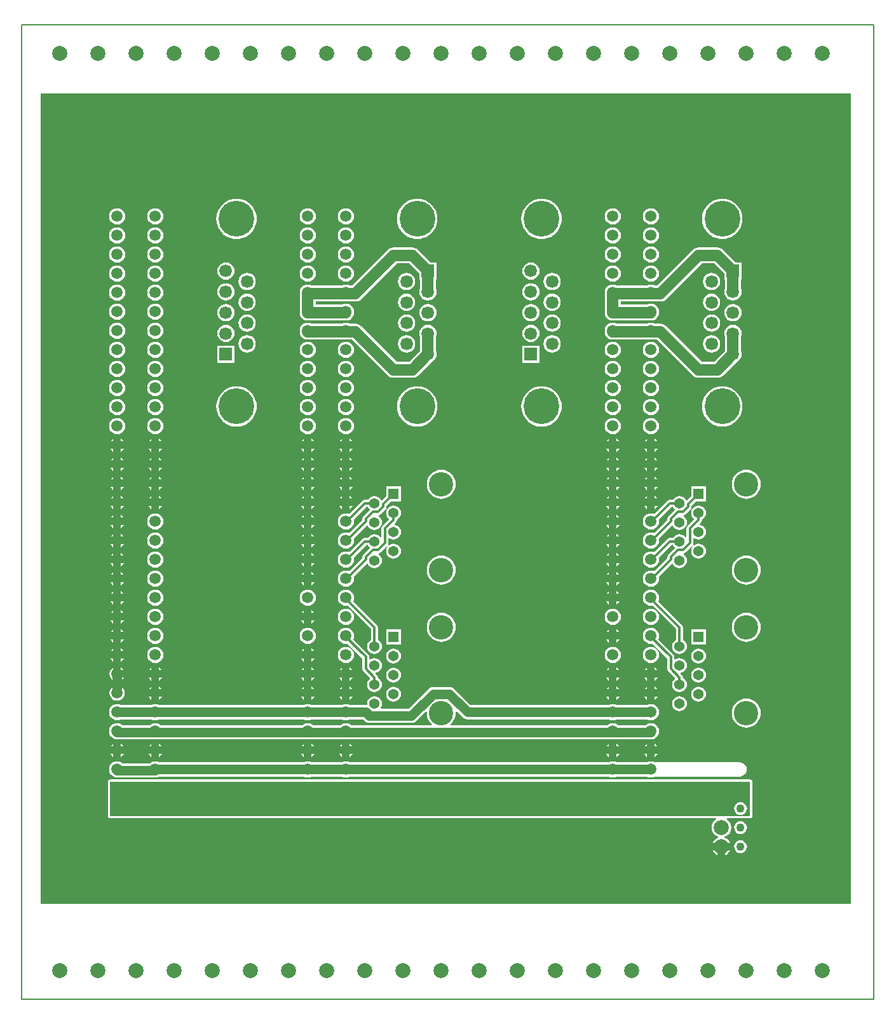
<source format=gbl>
%FSTAX23Y23*%
%MOMM*%
%SFA1B1*%

%IPPOS*%
%ADD11C,1.519997*%
%ADD12C,0.299999*%
%ADD13C,1.269997*%
%ADD14C,0.130000*%
%ADD15C,3.249994*%
%ADD16C,1.369997*%
%ADD17R,1.369997X1.369997*%
%ADD18C,1.519997*%
%ADD19C,4.759990*%
%ADD20R,1.689997X1.689997*%
%ADD21C,1.689997*%
%ADD22C,1.999996*%
%ADD23C,1.099998*%
%LNbackplane-1*%
%LPD*%
G36*
X151129Y88899D02*
X43179D01*
Y196849*
X151129*
Y88899*
G37*
%LNbackplane-2*%
%LPC*%
G36*
X120269Y129159D02*
X119889D01*
Y128779*
X120099Y128939*
X120269Y129149*
Y129159*
G37*
G36*
X54229D02*
X53849D01*
Y128779*
X54059Y128939*
X54229Y129149*
Y129159*
G37*
G36*
X118869D02*
X118489D01*
Y129149*
X118659Y128939*
X118869Y128779*
Y129159*
G37*
G36*
X53849Y130559D02*
Y130179D01*
X54229*
X54059Y130389*
X53849Y130549*
Y130559*
G37*
G36*
X118869D02*
Y130549D01*
X118659Y130389*
X118489Y130179*
X118869*
Y130559*
G37*
G36*
X52829D02*
Y130549D01*
X52619Y130389*
X52449Y130179*
X52829*
Y130559*
G37*
G36*
X79249Y128019D02*
Y127639D01*
X79629*
X79459Y127849*
X79249Y128009*
Y128019*
G37*
G36*
X53849D02*
Y127639D01*
X54229*
X54059Y127849*
X53849Y128009*
Y128019*
G37*
G36*
X78229D02*
Y128009D01*
X78019Y127849*
X77849Y127639*
X78229*
Y128019*
G37*
G36*
X52829Y129159D02*
X52449D01*
Y129149*
X52619Y128939*
X52829Y128779*
Y129159*
G37*
G36*
X78739Y130739D02*
X78459Y130699D01*
X78199Y130589*
X77979Y130419*
X77809Y130199*
X77709Y129939*
X77669Y129669*
X77709Y129389*
X77809Y129129*
X77979Y128909*
X78199Y128739*
X78459Y128629*
X78739Y128599*
X79019Y128629*
X79279Y128739*
X79499Y128909*
X79669Y129129*
X79769Y129389*
X79809Y129669*
X79769Y129939*
X79669Y130199*
X79499Y130419*
X79279Y130589*
X79019Y130699*
X78739Y130739*
G37*
G36*
X58419D02*
X58139Y130699D01*
X57879Y130589*
X57659Y130419*
X57489Y130199*
X57389Y129939*
X57349Y129669*
X57389Y129389*
X57489Y129129*
X57659Y128909*
X57879Y128739*
X58139Y128629*
X58419Y128599*
X58699Y128629*
X58959Y128739*
X59179Y128909*
X59349Y129129*
X59449Y129389*
X59489Y129669*
X59449Y129939*
X59349Y130199*
X59179Y130419*
X58959Y130589*
X58699Y130699*
X58419Y130739*
G37*
G36*
X96519Y135279D02*
X96139Y135249D01*
X95779Y135139*
X95449Y134959*
X95149Y134719*
X94909Y134419*
X94729Y134089*
X94619Y133729*
X94589Y133349*
X94619Y132969*
X94729Y132609*
X94909Y132279*
X95149Y131979*
X95449Y131739*
X95779Y131559*
X96139Y131449*
X96519Y131419*
X96899Y131449*
X97259Y131559*
X97589Y131739*
X97889Y131979*
X98129Y132279*
X98309Y132609*
X98419Y132969*
X98449Y133349*
X98419Y133729*
X98309Y134089*
X98129Y134419*
X97889Y134719*
X97589Y134959*
X97259Y135139*
X96899Y135249*
X96519Y135279*
G37*
G36*
X120269Y131699D02*
X119889D01*
Y131319*
X120099Y131479*
X120269Y131689*
Y131699*
G37*
G36*
X79629D02*
X79249D01*
Y131319*
X79459Y131479*
X79629Y131689*
Y131699*
G37*
G36*
X78229Y133099D02*
Y133089D01*
X78019Y132929*
X77849Y132719*
Y132709*
X78229*
Y133099*
G37*
G36*
X52829D02*
Y133089D01*
X52619Y132929*
X52449Y132719*
Y132709*
X52829*
Y133099*
G37*
G36*
X137159Y135279D02*
X136779Y135249D01*
X136419Y135139*
X136089Y134959*
X135789Y134719*
X135549Y134419*
X135369Y134089*
X135259Y133729*
X135229Y133349*
X135259Y132969*
X135369Y132609*
X135549Y132279*
X135789Y131979*
X136089Y131739*
X136419Y131559*
X136779Y131449*
X137159Y131419*
X137539Y131449*
X137899Y131559*
X138229Y131739*
X138529Y131979*
X138769Y132279*
X138949Y132609*
X139059Y132969*
X139089Y133349*
X139059Y133729*
X138949Y134089*
X138769Y134419*
X138529Y134719*
X138229Y134959*
X137899Y135139*
X137539Y135249*
X137159Y135279*
G37*
G36*
X52829Y131699D02*
X52449D01*
Y131689*
X52619Y131479*
X52829Y131319*
Y131699*
G37*
G36*
X58419Y133279D02*
X58139Y133239D01*
X57879Y133129*
X57659Y132959*
X57489Y132739*
X57389Y132479*
X57349Y132209*
X57389Y131929*
X57489Y131669*
X57659Y131449*
X57879Y131279*
X58139Y131169*
X58419Y131139*
X58699Y131169*
X58959Y131279*
X59179Y131449*
X59349Y131669*
X59449Y131929*
X59489Y132209*
X59449Y132479*
X59349Y132739*
X59179Y132959*
X58959Y133129*
X58699Y133239*
X58419Y133279*
G37*
G36*
X119889Y130559D02*
Y130179D01*
X120269*
X120099Y130389*
X119889Y130549*
Y130559*
G37*
G36*
X54229Y131699D02*
X53849D01*
Y131319*
X54059Y131479*
X54229Y131689*
Y131699*
G37*
G36*
X118869D02*
X118489D01*
Y131689*
X118659Y131479*
X118869Y131319*
Y131699*
G37*
G36*
X78229D02*
X77849D01*
Y131689*
X78019Y131479*
X78229Y131319*
Y131699*
G37*
G36*
X120269Y124079D02*
X119889D01*
Y123699*
X120099Y123859*
X120269Y124069*
Y124079*
G37*
G36*
X54229D02*
X53849D01*
Y123699*
X54059Y123859*
X54229Y124069*
Y124079*
G37*
G36*
X118869D02*
X118489D01*
Y124069*
X118659Y123859*
X118869Y123699*
Y124079*
G37*
G36*
X52829Y125479D02*
Y125469D01*
X52619Y125309*
X52449Y125099*
X52829*
Y125479*
G37*
G36*
X137159Y127659D02*
X136779Y127629D01*
X136419Y127519*
X136089Y127339*
X135789Y127099*
X135549Y126799*
X135369Y126469*
X135259Y126109*
X135229Y125729*
X135259Y125349*
X135369Y124989*
X135549Y124659*
X135789Y124359*
X136089Y124119*
X136419Y123939*
X136779Y123829*
X137159Y123799*
X137539Y123829*
X137899Y123939*
X138229Y124119*
X138529Y124359*
X138769Y124659*
X138949Y124989*
X139059Y125349*
X139089Y125729*
X139059Y126109*
X138949Y126469*
X138769Y126799*
X138529Y127099*
X138229Y127339*
X137899Y127519*
X137539Y127629*
X137159Y127659*
G37*
G36*
X96519D02*
X96139Y127629D01*
X95779Y127519*
X95449Y127339*
X95149Y127099*
X94909Y126799*
X94729Y126469*
X94619Y126109*
X94589Y125729*
X94619Y125349*
X94729Y124989*
X94909Y124659*
X95149Y124359*
X95449Y124119*
X95779Y123939*
X96139Y123829*
X96519Y123799*
X96899Y123829*
X97259Y123939*
X97589Y124119*
X97889Y124359*
X98129Y124659*
X98309Y124989*
X98419Y125349*
X98449Y125729*
X98419Y126109*
X98309Y126469*
X98129Y126799*
X97889Y127099*
X97589Y127339*
X97259Y127519*
X96899Y127629*
X96519Y127659*
G37*
G36*
X131799Y125449D02*
X129819D01*
Y123469*
X131799*
Y125449*
G37*
G36*
X91159D02*
X89179D01*
Y123469*
X91159*
Y125449*
G37*
G36*
X79249Y122939D02*
Y122559D01*
X79629*
X79459Y122769*
X79249Y122929*
Y122939*
G37*
G36*
X52829Y124079D02*
X52449D01*
Y124069*
X52619Y123859*
X52829Y123699*
Y124079*
G37*
G36*
X78739Y125659D02*
X78459Y125619D01*
X78199Y125509*
X77979Y125339*
X77809Y125119*
X77709Y124859*
X77669Y124589*
X77709Y124309*
X77809Y124049*
X77979Y123829*
X78199Y123659*
X78459Y123549*
X78739Y123519*
X79019Y123549*
X79279Y123659*
X79499Y123829*
X79669Y124049*
X79769Y124309*
X79809Y124589*
X79769Y124859*
X79669Y125119*
X79499Y125339*
X79279Y125509*
X79019Y125619*
X78739Y125659*
G37*
G36*
X58419D02*
X58139Y125619D01*
X57879Y125509*
X57659Y125339*
X57489Y125119*
X57389Y124859*
X57349Y124589*
X57389Y124309*
X57489Y124049*
X57659Y123829*
X57879Y123659*
X58139Y123549*
X58419Y123519*
X58699Y123549*
X58959Y123659*
X59179Y123829*
X59349Y124049*
X59449Y124309*
X59489Y124589*
X59449Y124859*
X59349Y125119*
X59179Y125339*
X58959Y125509*
X58699Y125619*
X58419Y125659*
G37*
G36*
X78229Y126619D02*
X77849D01*
Y126609*
X78019Y126399*
X78229Y126239*
Y126619*
G37*
G36*
X52829D02*
X52449D01*
Y126609*
X52619Y126399*
X52829Y126239*
Y126619*
G37*
G36*
X124459Y128199D02*
X124179Y128159D01*
X123919Y128049*
X123699Y127879*
X123529Y127659*
X123429Y127399*
X123389Y127129*
X123429Y126849*
X123529Y126589*
X123699Y126369*
X123919Y126199*
X124179Y126089*
X124459Y126059*
X124739Y126089*
X124999Y126199*
X125219Y126369*
X125389Y126589*
X125489Y126849*
X125529Y127129*
X125489Y127399*
X125389Y127659*
X125219Y127879*
X124999Y128049*
X124739Y128159*
X124459Y128199*
G37*
G36*
X52829Y128019D02*
Y128009D01*
X52619Y127849*
X52449Y127639*
X52829*
Y128019*
G37*
G36*
X79629Y126619D02*
X79249D01*
Y126239*
X79459Y126399*
X79629Y126609*
Y126619*
G37*
G36*
X54229D02*
X53849D01*
Y126239*
X54059Y126399*
X54229Y126609*
Y126619*
G37*
G36*
X119889Y125479D02*
Y125099D01*
X120269*
X120099Y125309*
X119889Y125469*
Y125479*
G37*
G36*
X53849D02*
Y125099D01*
X54229*
X54059Y125309*
X53849Y125469*
Y125479*
G37*
G36*
X118869D02*
Y125469D01*
X118659Y125309*
X118489Y125099*
X118869*
Y125479*
G37*
G36*
X119379Y128199D02*
X119099Y128159D01*
X118839Y128049*
X118619Y127879*
X118449Y127659*
X118349Y127399*
X118309Y127129*
X118349Y126849*
X118449Y126589*
X118619Y126369*
X118839Y126199*
X119099Y126089*
X119379Y126059*
X119659Y126089*
X119919Y126199*
X120139Y126369*
X120309Y126589*
X120409Y126849*
X120449Y127129*
X120409Y127399*
X120309Y127659*
X120139Y127879*
X119919Y128049*
X119659Y128159*
X119379Y128199*
G37*
G36*
X83819D02*
X83539Y128159D01*
X83279Y128049*
X83059Y127879*
X82889Y127659*
X82789Y127399*
X82749Y127129*
X82789Y126849*
X82889Y126589*
X83059Y126369*
X83279Y126199*
X83539Y126089*
X83819Y126059*
X84099Y126089*
X84359Y126199*
X84579Y126369*
X84749Y126589*
X84849Y126849*
X84889Y127129*
X84849Y127399*
X84749Y127659*
X84579Y127879*
X84359Y128049*
X84099Y128159*
X83819Y128199*
G37*
G36*
X58419D02*
X58139Y128159D01*
X57879Y128049*
X57659Y127879*
X57489Y127659*
X57389Y127399*
X57349Y127129*
X57389Y126849*
X57489Y126589*
X57659Y126369*
X57879Y126199*
X58139Y126089*
X58419Y126059*
X58699Y126089*
X58959Y126199*
X59179Y126369*
X59349Y126589*
X59449Y126849*
X59489Y127129*
X59449Y127399*
X59349Y127659*
X59179Y127879*
X58959Y128049*
X58699Y128159*
X58419Y128199*
G37*
G36*
X118869Y133099D02*
Y133089D01*
X118659Y132929*
X118489Y132719*
Y132709*
X118869*
Y133099*
G37*
G36*
Y139319D02*
X118489D01*
Y139309*
X118659Y139099*
X118869Y138939*
Y139319*
G37*
G36*
X58419Y140899D02*
X58139Y140859D01*
X57879Y140749*
X57659Y140579*
X57489Y140359*
X57389Y140099*
X57349Y139829*
X57389Y139549*
X57489Y139289*
X57659Y139069*
X57879Y138899*
X58139Y138789*
X58419Y138759*
X58699Y138789*
X58959Y138899*
X59179Y139069*
X59349Y139289*
X59449Y139549*
X59489Y139829*
X59449Y140099*
X59349Y140359*
X59179Y140579*
X58959Y140749*
X58699Y140859*
X58419Y140899*
G37*
G36*
X119889Y138179D02*
Y137789D01*
X120269*
Y137799*
X120099Y138009*
X119889Y138169*
Y138179*
G37*
G36*
X54229Y139319D02*
X53849D01*
Y138939*
X54059Y139099*
X54229Y139309*
Y139319*
G37*
G36*
X78229D02*
X77849D01*
Y139309*
X78019Y139099*
X78229Y138939*
Y139319*
G37*
G36*
X52829D02*
X52449D01*
Y139309*
X52619Y139099*
X52829Y138939*
Y139319*
G37*
G36*
X78229Y138179D02*
Y138169D01*
X78019Y138009*
X77849Y137799*
Y137789*
X78229*
Y138179*
G37*
G36*
X52829D02*
Y138169D01*
X52619Y138009*
X52449Y137799*
Y137789*
X52829*
Y138179*
G37*
G36*
X130809Y141959D02*
X130549Y141929D01*
X130309Y141829*
X130109Y141669*
X129949Y141469*
X129849Y141229*
X129819Y140969*
X129849Y140709*
X129949Y140469*
X130109Y140269*
X130189Y140199*
X130199Y140079*
X129349Y139229*
X129249Y139079*
X129209Y138899*
Y137759*
X129079Y137719*
X128969Y137859*
X128769Y138019*
X128529Y138119*
X128269Y138149*
X128009Y138119*
X127769Y138019*
X127569Y137859*
X127409Y137659*
X127389Y137619*
X126999*
X126819Y137589*
X126669Y137489*
X124899Y135709*
X124739Y135779*
X124459Y135819*
X124179Y135779*
X123919Y135669*
X123699Y135499*
X123529Y135279*
X123429Y135019*
X123389Y134749*
X123429Y134469*
X123529Y134209*
X123699Y133989*
X123919Y133819*
X124179Y133709*
X124459Y133679*
X124739Y133709*
X124999Y133819*
X125219Y133989*
X125389Y134209*
X125489Y134469*
X125529Y134749*
X125499Y134999*
X127189Y136699*
X127389*
X127409Y136659*
X127569Y136459*
X127649Y136389*
X127659Y136269*
X126809Y135419*
X126709Y135269*
X126669Y135089*
Y134939*
X124899Y133169*
X124739Y133239*
X124459Y133279*
X124179Y133239*
X123919Y133129*
X123699Y132959*
X123529Y132739*
X123429Y132479*
X123389Y132209*
X123429Y131929*
X123529Y131669*
X123699Y131449*
X123919Y131279*
X124179Y131169*
X124459Y131139*
X124739Y131169*
X124999Y131279*
X125219Y131449*
X125389Y131669*
X125489Y131929*
X125529Y132209*
X125499Y132459*
X127249Y134219*
X127379Y134199*
X127409Y134119*
X127569Y133919*
X127769Y133759*
X128009Y133659*
X128269Y133629*
X128529Y133659*
X128769Y133759*
X128969Y133919*
X129129Y134119*
X129229Y134359*
X129259Y134619*
X129229Y134879*
X129129Y135119*
X128969Y135319*
X128809Y135449*
X128849Y135579*
X128919Y135599*
X129069Y135699*
X129889Y136509*
X129979Y136429*
X129949Y136389*
X129849Y136149*
X129819Y135889*
X129849Y135629*
X129949Y135389*
X130109Y135189*
X130309Y135029*
X130549Y134929*
X130809Y134899*
X131069Y134929*
X131309Y135029*
X131509Y135189*
X131669Y135389*
X131769Y135629*
X131799Y135889*
X131769Y136149*
X131669Y136389*
X131509Y136589*
X131309Y136749*
X131069Y136849*
X130809Y136879*
X130549Y136849*
X130309Y136749*
X130149Y136629*
X130059Y136719*
X130099Y136779*
X130129Y136949*
Y137559*
X130249Y137619*
X130309Y137569*
X130549Y137469*
X130809Y137439*
X131069Y137469*
X131309Y137569*
X131509Y137729*
X131669Y137929*
X131769Y138169*
X131799Y138429*
X131769Y138689*
X131669Y138929*
X131509Y139129*
X131309Y139289*
X131069Y139389*
X130989Y139399*
X130939Y139519*
X131139Y139709*
X131239Y139859*
X131269Y140039*
Y140089*
X131309Y140109*
X131509Y140269*
X131669Y140469*
X131769Y140709*
X131799Y140969*
X131769Y141229*
X131669Y141469*
X131509Y141669*
X131309Y141829*
X131069Y141929*
X130809Y141959*
G37*
G36*
X79249Y138179D02*
Y137789D01*
X79629*
Y137799*
X79459Y138009*
X79249Y138169*
Y138179*
G37*
G36*
X53849D02*
Y137789D01*
X54229*
Y137799*
X54059Y138009*
X53849Y138169*
Y138179*
G37*
G36*
X118869D02*
Y138169D01*
X118659Y138009*
X118489Y137799*
Y137789*
X118869*
Y138179*
G37*
G36*
X52829Y141859D02*
X52449D01*
Y141849*
X52619Y141639*
X52829Y141479*
Y141859*
G37*
G36*
X53849Y140719D02*
Y140339D01*
X54229*
X54059Y140549*
X53849Y140709*
Y140719*
G37*
G36*
X119889D02*
Y140339D01*
X120269*
X120099Y140549*
X119889Y140709*
Y140719*
G37*
G36*
X57909Y141859D02*
X57529D01*
Y141849*
X57699Y141639*
X57909Y141479*
Y141859*
G37*
G36*
X118869D02*
X118489D01*
Y141849*
X118659Y141639*
X118869Y141479*
Y141859*
G37*
G36*
X78229D02*
X77849D01*
Y141849*
X78019Y141639*
X78229Y141479*
Y141859*
G37*
G36*
X118869Y140719D02*
Y140709D01*
X118659Y140549*
X118489Y140339*
X118869*
Y140719*
G37*
G36*
X120269Y139319D02*
X119889D01*
Y138939*
X120099Y139099*
X120269Y139309*
Y139319*
G37*
G36*
X79629D02*
X79249D01*
Y138939*
X79459Y139099*
X79629Y139309*
Y139319*
G37*
G36*
X79249Y140719D02*
Y140339D01*
X79629*
X79459Y140549*
X79249Y140709*
Y140719*
G37*
G36*
X78229D02*
Y140709D01*
X78019Y140549*
X77849Y140339*
X78229*
Y140719*
G37*
G36*
X52829D02*
Y140709D01*
X52619Y140549*
X52449Y140339*
X52829*
Y140719*
G37*
G36*
X79629Y134239D02*
X79249D01*
Y133859*
X79459Y134019*
X79629Y134229*
Y134239*
G37*
G36*
X54229D02*
X53849D01*
Y133859*
X54059Y134019*
X54229Y134229*
Y134239*
G37*
G36*
X118869D02*
X118489D01*
Y134229*
X118659Y134019*
X118869Y133859*
Y134239*
G37*
G36*
X78229Y135639D02*
Y135629D01*
X78019Y135469*
X77849Y135259*
X78229*
Y135639*
G37*
G36*
X52829D02*
Y135629D01*
X52619Y135469*
X52449Y135259*
X52829*
Y135639*
G37*
G36*
X120269Y134239D02*
X119889D01*
Y133859*
X120099Y134019*
X120269Y134229*
Y134239*
G37*
G36*
X119889Y133099D02*
Y132709D01*
X120269*
Y132719*
X120099Y132929*
X119889Y133089*
Y133099*
G37*
G36*
X79249D02*
Y132709D01*
X79629*
Y132719*
X79459Y132929*
X79249Y133089*
Y133099*
G37*
G36*
X53849D02*
Y132709D01*
X54229*
Y132719*
X54059Y132929*
X53849Y133089*
Y133099*
G37*
G36*
X78229Y134239D02*
X77849D01*
Y134229*
X78019Y134019*
X78229Y133859*
Y134239*
G37*
G36*
X52829D02*
X52449D01*
Y134229*
X52619Y134019*
X52829Y133859*
Y134239*
G37*
G36*
X58419Y135819D02*
X58139Y135779D01*
X57879Y135669*
X57659Y135499*
X57489Y135279*
X57389Y135019*
X57349Y134749*
X57389Y134469*
X57489Y134209*
X57659Y133989*
X57879Y133819*
X58139Y133709*
X58419Y133679*
X58699Y133709*
X58959Y133819*
X59179Y133989*
X59349Y134209*
X59449Y134469*
X59489Y134749*
X59449Y135019*
X59349Y135279*
X59179Y135499*
X58959Y135669*
X58699Y135779*
X58419Y135819*
G37*
G36*
X54229Y136779D02*
X53849D01*
Y136399*
X54059Y136559*
X54229Y136769*
Y136779*
G37*
G36*
X118869D02*
X118489D01*
Y136769*
X118659Y136559*
X118869Y136399*
Y136779*
G37*
G36*
X78229D02*
X77849D01*
Y136769*
X78019Y136559*
X78229Y136399*
Y136779*
G37*
G36*
X90169Y141959D02*
X89909Y141929D01*
X89669Y141829*
X89469Y141669*
X89309Y141469*
X89209Y141229*
X89179Y140969*
X89209Y140709*
X89309Y140469*
X89469Y140269*
X89549Y140199*
X89559Y140079*
X88709Y139229*
X88609Y139079*
X88569Y138899*
Y137759*
X88439Y137719*
X88329Y137859*
X88129Y138019*
X87889Y138119*
X87629Y138149*
X87369Y138119*
X87129Y138019*
X86929Y137859*
X86769Y137659*
X86749Y137619*
X86359*
X86179Y137589*
X86029Y137489*
X84259Y135709*
X84099Y135779*
X83819Y135819*
X83539Y135779*
X83279Y135669*
X83059Y135499*
X82889Y135279*
X82789Y135019*
X82749Y134749*
X82789Y134469*
X82889Y134209*
X83059Y133989*
X83279Y133819*
X83539Y133709*
X83819Y133679*
X84099Y133709*
X84359Y133819*
X84579Y133989*
X84749Y134209*
X84849Y134469*
X84889Y134749*
X84859Y134999*
X86549Y136699*
X86749*
X86769Y136659*
X86929Y136459*
X87009Y136389*
X87019Y136269*
X86169Y135419*
X86069Y135269*
X86029Y135089*
Y134939*
X84259Y133169*
X84099Y133239*
X83819Y133279*
X83539Y133239*
X83279Y133129*
X83059Y132959*
X82889Y132739*
X82789Y132479*
X82749Y132209*
X82789Y131929*
X82889Y131669*
X83059Y131449*
X83279Y131279*
X83539Y131169*
X83819Y131139*
X84099Y131169*
X84359Y131279*
X84579Y131449*
X84749Y131669*
X84849Y131929*
X84889Y132209*
X84859Y132459*
X86609Y134219*
X86739Y134199*
X86769Y134119*
X86929Y133919*
X87129Y133759*
X87369Y133659*
X87629Y133629*
X87889Y133659*
X88129Y133759*
X88329Y133919*
X88489Y134119*
X88589Y134359*
X88619Y134619*
X88589Y134879*
X88489Y135119*
X88329Y135319*
X88169Y135449*
X88209Y135579*
X88279Y135599*
X88429Y135699*
X89249Y136509*
X89339Y136429*
X89309Y136389*
X89209Y136149*
X89179Y135889*
X89209Y135629*
X89309Y135389*
X89469Y135189*
X89669Y135029*
X89909Y134929*
X90169Y134899*
X90429Y134929*
X90669Y135029*
X90869Y135189*
X91029Y135389*
X91129Y135629*
X91159Y135889*
X91129Y136149*
X91029Y136389*
X90869Y136589*
X90669Y136749*
X90429Y136849*
X90169Y136879*
X89909Y136849*
X89669Y136749*
X89509Y136629*
X89419Y136719*
X89459Y136779*
X89489Y136949*
Y137559*
X89609Y137619*
X89669Y137569*
X89909Y137469*
X90169Y137439*
X90429Y137469*
X90669Y137569*
X90869Y137729*
X91029Y137929*
X91129Y138169*
X91159Y138429*
X91129Y138689*
X91029Y138929*
X90869Y139129*
X90669Y139289*
X90429Y139389*
X90349Y139399*
X90299Y139519*
X90499Y139709*
X90599Y139859*
X90629Y140039*
Y140089*
X90669Y140109*
X90869Y140269*
X91029Y140469*
X91129Y140709*
X91159Y140969*
X91129Y141229*
X91029Y141469*
X90869Y141669*
X90669Y141829*
X90429Y141929*
X90169Y141959*
G37*
G36*
X120269Y136779D02*
X119889D01*
Y136399*
X120099Y136559*
X120269Y136769*
Y136779*
G37*
G36*
X79629D02*
X79249D01*
Y136399*
X79459Y136559*
X79629Y136769*
Y136779*
G37*
G36*
X79249Y135639D02*
Y135259D01*
X79629*
X79459Y135469*
X79249Y135629*
Y135639*
G37*
G36*
X53849D02*
Y135259D01*
X54229*
X54059Y135469*
X53849Y135629*
Y135639*
G37*
G36*
X118869D02*
Y135629D01*
X118659Y135469*
X118489Y135259*
X118869*
Y135639*
G37*
G36*
X52829Y136779D02*
X52449D01*
Y136769*
X52619Y136559*
X52829Y136399*
Y136779*
G37*
G36*
X58419Y138359D02*
X58139Y138319D01*
X57879Y138209*
X57659Y138039*
X57489Y137819*
X57389Y137559*
X57349Y137289*
X57389Y137009*
X57489Y136749*
X57659Y136529*
X57879Y136359*
X58139Y136249*
X58419Y136219*
X58699Y136249*
X58959Y136359*
X59179Y136529*
X59349Y136749*
X59449Y137009*
X59489Y137289*
X59449Y137559*
X59349Y137819*
X59179Y138039*
X58959Y138209*
X58699Y138319*
X58419Y138359*
G37*
G36*
X119889Y135639D02*
Y135259D01*
X120269*
X120099Y135469*
X119889Y135629*
Y135639*
G37*
G36*
X97579Y117799D02*
X95459D01*
X95219Y117769*
X94989Y117679*
X94789Y117529*
X92159Y114889*
X88499*
X88439Y115009*
X88489Y115069*
X88589Y115309*
X88619Y115569*
X88589Y115829*
X88489Y116069*
X88329Y116269*
X88129Y116429*
X87889Y116529*
X87629Y116559*
X87369Y116529*
X87129Y116429*
X86929Y116269*
X86769Y116069*
X86669Y115829*
X86639Y115569*
X86649Y115449*
X86559Y115359*
X86479Y115369*
X84319*
X84099Y115459*
X83819Y115499*
X83539Y115459*
X83319Y115369*
X79239*
X79019Y115459*
X78739Y115499*
X78459Y115459*
X78239Y115369*
X58919*
X58699Y115459*
X58419Y115499*
X58139Y115459*
X57919Y115369*
X53839*
X53619Y115459*
X53339Y115499*
X53059Y115459*
X52799Y115349*
X52579Y115179*
X52409Y114959*
X52309Y114699*
X52269Y114429*
X52309Y114149*
X52409Y113889*
X52579Y113669*
X52799Y113499*
X53059Y113389*
X53339Y113359*
X53619Y113389*
X53839Y113479*
X57919*
X58139Y113389*
X58419Y113359*
X58699Y113389*
X58919Y113479*
X78239*
X78459Y113389*
X78739Y113359*
X79019Y113389*
X79239Y113479*
X83319*
X83539Y113389*
X83819Y113359*
X84099Y113389*
X84319Y113479*
X86089*
X86289Y113279*
X86489Y113129*
X86709Y113039*
X86959Y113009*
X92549*
X92789Y113039*
X93019Y113129*
X93209Y113279*
X94479Y114549*
X94599Y114489*
X94589Y114299*
X94619Y113919*
X94729Y113559*
X94909Y113229*
X95149Y112929*
X95299Y112809*
X95259Y112679*
X84529*
X84359Y112809*
X84099Y112919*
X83819Y112959*
X83539Y112919*
X83279Y112809*
X83109Y112679*
X79449*
X79279Y112809*
X79019Y112919*
X78739Y112959*
X78459Y112919*
X78199Y112809*
X78029Y112679*
X59129*
X58959Y112809*
X58699Y112919*
X58419Y112959*
X58139Y112919*
X57879Y112809*
X57709Y112679*
X54049*
X53879Y112809*
X53619Y112919*
X53339Y112959*
X53059Y112919*
X52799Y112809*
X52579Y112639*
X52409Y112419*
X52309Y112159*
X52269Y111889*
X52309Y111609*
X52409Y111349*
X52579Y111129*
X52799Y110959*
X52839Y110939*
X52869Y110919*
X53099Y110829*
X53339Y110799*
X124439*
X124679Y110829*
X124909Y110919*
X124919Y110929*
X124999Y110959*
X125219Y111129*
X125389Y111349*
X125489Y111609*
X125529Y111889*
X125489Y112159*
X125389Y112419*
X125219Y112639*
X124999Y112809*
X124739Y112919*
X124459Y112959*
X124179Y112919*
X123919Y112809*
X123749Y112679*
X120089*
X119919Y112809*
X119659Y112919*
X119379Y112959*
X119099Y112919*
X118839Y112809*
X118669Y112679*
X97779*
X97739Y112809*
X97889Y112929*
X98129Y113229*
X98309Y113559*
X98419Y113919*
X98449Y114299*
X98439Y114489*
X98559Y114549*
X99349Y113759*
X99539Y113609*
X99769Y113519*
X100009Y113479*
X118879*
X119099Y113389*
X119379Y113359*
X119659Y113389*
X119879Y113479*
X123959*
X124179Y113389*
X124459Y113359*
X124739Y113389*
X124999Y113499*
X125219Y113669*
X125389Y113889*
X125489Y114149*
X125529Y114429*
X125489Y114699*
X125389Y114959*
X125219Y115179*
X124999Y115349*
X124739Y115459*
X124459Y115499*
X124179Y115459*
X123959Y115369*
X119879*
X119659Y115459*
X119379Y115499*
X119099Y115459*
X118879Y115369*
X100399*
X98249Y117529*
X98049Y117679*
X97819Y117769*
X97579Y117799*
G37*
G36*
X128269Y116559D02*
X128009Y116529D01*
X127769Y116429*
X127569Y116269*
X127409Y116069*
X127309Y115829*
X127279Y115569*
X127309Y115309*
X127409Y115069*
X127569Y114869*
X127769Y114709*
X128009Y114609*
X128269Y114579*
X128529Y114609*
X128769Y114709*
X128969Y114869*
X129129Y115069*
X129229Y115309*
X129259Y115569*
X129229Y115829*
X129129Y116069*
X128969Y116269*
X128769Y116429*
X128529Y116529*
X128269Y116559*
G37*
G36*
X137159Y116229D02*
X136779Y116199D01*
X136419Y116089*
X136089Y115909*
X135789Y115669*
X135549Y115369*
X135369Y115039*
X135259Y114679*
X135229Y114299*
X135259Y113919*
X135369Y113559*
X135549Y113229*
X135789Y112929*
X136089Y112689*
X136419Y112509*
X136779Y112399*
X137159Y112369*
X137539Y112399*
X137899Y112509*
X138229Y112689*
X138529Y112929*
X138769Y113229*
X138949Y113559*
X139059Y113919*
X139089Y114299*
X139059Y114679*
X138949Y115039*
X138769Y115369*
X138529Y115669*
X138229Y115909*
X137899Y116089*
X137539Y116199*
X137159Y116229*
G37*
G36*
X53339Y117989D02*
X53069Y117959D01*
X52829Y117849*
X52619Y117689*
X52449Y117479*
X52349Y117229*
X52319Y116969*
X52349Y116699*
X52449Y116449*
X52619Y116239*
X52829Y116079*
X53069Y115979*
X53339Y115939*
X53609Y115979*
X53849Y116079*
X54059Y116239*
X54229Y116449*
X54329Y116699*
X54359Y116969*
X54329Y117229*
X54229Y117479*
X54059Y117689*
X53849Y117849*
X53609Y117959*
X53339Y117989*
G37*
G36*
X130809Y117829D02*
X130549Y117799D01*
X130309Y117699*
X130109Y117539*
X129949Y117339*
X129849Y117099*
X129819Y116839*
X129849Y116579*
X129949Y116339*
X130109Y116139*
X130309Y115979*
X130549Y115879*
X130809Y115849*
X131069Y115879*
X131309Y115979*
X131509Y116139*
X131669Y116339*
X131769Y116579*
X131799Y116839*
X131769Y117099*
X131669Y117339*
X131509Y117539*
X131309Y117699*
X131069Y117799*
X130809Y117829*
G37*
G36*
X90169D02*
X89909Y117799D01*
X89669Y117699*
X89469Y117539*
X89309Y117339*
X89209Y117099*
X89179Y116839*
X89209Y116579*
X89309Y116339*
X89469Y116139*
X89669Y115979*
X89909Y115879*
X90169Y115849*
X90429Y115879*
X90669Y115979*
X90869Y116139*
X91029Y116339*
X91129Y116579*
X91159Y116839*
X91129Y117099*
X91029Y117339*
X90869Y117539*
X90669Y117699*
X90429Y117799*
X90169Y117829*
G37*
G36*
X79249Y110239D02*
Y109859D01*
X79629*
X79459Y110069*
X79249Y110229*
Y110239*
G37*
G36*
X58929D02*
Y109859D01*
X59309*
X59139Y110069*
X58929Y110229*
Y110239*
G37*
G36*
X53849D02*
Y109859D01*
X54229*
X54059Y110069*
X53849Y110229*
Y110239*
G37*
G36*
X124969D02*
Y109859D01*
X125349*
X125179Y110069*
X124969Y110229*
Y110239*
G37*
G36*
X119889D02*
Y109859D01*
X120269*
X120099Y110069*
X119889Y110229*
Y110239*
G37*
G36*
X84329D02*
Y109859D01*
X84709*
X84539Y110069*
X84329Y110229*
Y110239*
G37*
G36*
X125349Y116459D02*
X124969D01*
Y116079*
X125179Y116239*
X125349Y116449*
Y116459*
G37*
G36*
X84709D02*
X84329D01*
Y116079*
X84539Y116239*
X84709Y116449*
Y116459*
G37*
G36*
X79629D02*
X79249D01*
Y116079*
X79459Y116239*
X79629Y116449*
Y116459*
G37*
G36*
X124459Y125659D02*
X124179Y125619D01*
X123919Y125509*
X123699Y125339*
X123529Y125119*
X123429Y124859*
X123389Y124589*
X123429Y124309*
X123529Y124049*
X123699Y123829*
X123919Y123659*
X124179Y123549*
X124459Y123519*
X124719Y123549*
X126669Y121599*
Y120179*
X126709Y119999*
X126809Y119849*
X127659Y118999*
X127649Y118879*
X127569Y118809*
X127409Y118609*
X127309Y118369*
X127279Y118109*
X127309Y117849*
X127409Y117609*
X127569Y117409*
X127769Y117249*
X128009Y117149*
X128269Y117119*
X128529Y117149*
X128769Y117249*
X128969Y117409*
X129129Y117609*
X129229Y117849*
X129259Y118109*
X129229Y118369*
X129129Y118609*
X128969Y118809*
X128769Y118969*
X128729Y118989*
Y119039*
X128699Y119219*
X128599Y119369*
X128399Y119559*
X128449Y119679*
X128529Y119689*
X128769Y119789*
X128969Y119949*
X129129Y120149*
X129229Y120389*
X129259Y120649*
X129229Y120909*
X129129Y121149*
X128969Y121349*
X128769Y121509*
X128529Y121609*
X128269Y121639*
X128009Y121609*
X127769Y121509*
X127709Y121459*
X127589Y121519*
Y121789*
X127559Y121959*
X127459Y122109*
X125429Y124149*
X125489Y124309*
X125529Y124589*
X125489Y124859*
X125389Y125119*
X125219Y125339*
X124999Y125509*
X124739Y125619*
X124459Y125659*
G37*
G36*
X83819D02*
X83539Y125619D01*
X83279Y125509*
X83059Y125339*
X82889Y125119*
X82789Y124859*
X82749Y124589*
X82789Y124309*
X82889Y124049*
X83059Y123829*
X83279Y123659*
X83539Y123549*
X83819Y123519*
X84079Y123549*
X86029Y121599*
Y120179*
X86069Y119999*
X86169Y119849*
X87019Y118999*
X87009Y118879*
X86929Y118809*
X86769Y118609*
X86669Y118369*
X86639Y118109*
X86669Y117849*
X86769Y117609*
X86929Y117409*
X87129Y117249*
X87369Y117149*
X87629Y117119*
X87889Y117149*
X88129Y117249*
X88329Y117409*
X88489Y117609*
X88589Y117849*
X88619Y118109*
X88589Y118369*
X88489Y118609*
X88329Y118809*
X88129Y118969*
X88089Y118989*
Y119039*
X88059Y119219*
X87959Y119369*
X87759Y119559*
X87809Y119679*
X87889Y119689*
X88129Y119789*
X88329Y119949*
X88489Y120149*
X88589Y120389*
X88619Y120649*
X88589Y120909*
X88489Y121149*
X88329Y121349*
X88129Y121509*
X87889Y121609*
X87629Y121639*
X87369Y121609*
X87129Y121509*
X87069Y121459*
X86949Y121519*
Y121789*
X86919Y121959*
X86819Y122109*
X84789Y124149*
X84849Y124309*
X84889Y124589*
X84849Y124859*
X84749Y125119*
X84579Y125339*
X84359Y125509*
X84099Y125619*
X83819Y125659*
G37*
G36*
X120269Y116459D02*
X119889D01*
Y116079*
X120099Y116239*
X120269Y116449*
Y116459*
G37*
G36*
X83309D02*
X82929D01*
Y116449*
X83099Y116239*
X83309Y116079*
Y116459*
G37*
G36*
X78229D02*
X77849D01*
Y116449*
X78019Y116239*
X78229Y116079*
Y116459*
G37*
G36*
X57909D02*
X57529D01*
Y116449*
X57699Y116239*
X57909Y116079*
Y116459*
G37*
G36*
X59309D02*
X58929D01*
Y116079*
X59139Y116239*
X59309Y116449*
Y116459*
G37*
G36*
X123949D02*
X123569D01*
Y116449*
X123739Y116239*
X123949Y116079*
Y116459*
G37*
G36*
X118869D02*
X118489D01*
Y116449*
X118659Y116239*
X118869Y116079*
Y116459*
G37*
G36*
X78229Y108839D02*
X77849D01*
Y108829*
X78019Y108619*
X78229Y108459*
Y108839*
G37*
G36*
X57909D02*
X57529D01*
Y108829*
X57699Y108619*
X57909Y108459*
Y108839*
G37*
G36*
X52829D02*
X52449D01*
Y108829*
X52619Y108619*
X52829Y108459*
Y108839*
G37*
G36*
X123949D02*
X123569D01*
Y108829*
X123739Y108619*
X123949Y108459*
Y108839*
G37*
G36*
X118869D02*
X118489D01*
Y108829*
X118659Y108619*
X118869Y108459*
Y108839*
G37*
G36*
X83309D02*
X82929D01*
Y108829*
X83099Y108619*
X83309Y108459*
Y108839*
G37*
G36*
X136399Y97379D02*
X136179Y97349D01*
X135969Y97259*
X135789Y97129*
X135659Y96949*
X135569Y96739*
X135539Y96519*
X135569Y96299*
X135659Y96089*
X135789Y95909*
X135969Y95779*
X136179Y95689*
X136399Y95659*
X136619Y95689*
X136829Y95779*
X136999Y95909*
X137139Y96089*
X137229Y96299*
X137259Y96519*
X137229Y96739*
X137139Y96949*
X136999Y97129*
X136829Y97259*
X136619Y97349*
X136399Y97379*
G37*
G36*
X134999Y96009D02*
X134369D01*
Y95369*
X134489Y95419*
X134749Y95629*
X134949Y95889*
X134999Y96009*
G37*
G36*
X133349D02*
X132709D01*
X132759Y95889*
X132959Y95629*
X133229Y95419*
X133349Y95369*
Y96009*
G37*
G36*
X124459Y107879D02*
X124179Y107839D01*
X123959Y107749*
X119879*
X119659Y107839*
X119379Y107879*
X119099Y107839*
X118879Y107749*
X84319*
X84099Y107839*
X83819Y107879*
X83539Y107839*
X83319Y107749*
X79239*
X79019Y107839*
X78739Y107879*
X78459Y107839*
X78239Y107749*
X58919*
X58699Y107839*
X58419Y107879*
X58139Y107839*
X57879Y107729*
X57739Y107619*
X54019*
X53879Y107729*
X53619Y107839*
X53339Y107879*
X53059Y107839*
X52799Y107729*
X52579Y107559*
X52409Y107339*
X52309Y107079*
X52269Y106809*
X52309Y106529*
X52409Y106269*
X52579Y106049*
X52799Y105879*
X53059Y105769*
X53339Y105739*
X53349*
X58409*
X58419*
X58699Y105769*
X58919Y105859*
X78239*
X78459Y105769*
X78739Y105739*
X79019Y105769*
X79239Y105859*
X83319*
X83539Y105769*
X83819Y105739*
X84099Y105769*
X84319Y105859*
X118879*
X119099Y105769*
X119379Y105739*
X119659Y105769*
X119879Y105859*
X123959*
X124179Y105769*
X124459Y105739*
X124739Y105769*
X124959Y105859*
X136269*
X136519Y105899*
X136739Y105989*
X136939Y106139*
X137089Y106339*
X137179Y106559*
X137209Y106809*
X137179Y107049*
X137089Y107279*
X136939Y107469*
X136739Y107619*
X136519Y107719*
X136269Y107749*
X124959*
X124739Y107839*
X124459Y107879*
G37*
G36*
X136399Y99919D02*
X136179Y99889D01*
X135969Y99799*
X135789Y99669*
X135659Y99489*
X135569Y99279*
X135539Y99059*
X135569Y98839*
X135659Y98629*
X135789Y98449*
X135969Y98319*
X136179Y98229*
X136399Y98199*
X136619Y98229*
X136829Y98319*
X136999Y98449*
X137139Y98629*
X137229Y98839*
X137259Y99059*
X137229Y99279*
X137139Y99489*
X136999Y99669*
X136829Y99799*
X136619Y99889*
X136399Y99919*
G37*
G36*
X123439Y105459D02*
X52409D01*
X52299Y105439*
X52199Y105369*
X52129Y105269*
X52109Y105159*
Y100579*
X52129Y100469*
X52199Y100369*
X52299Y100299*
X52409Y100279*
X133099*
X133139Y100149*
X132929Y99989*
X132719Y99719*
X132589Y99399*
X132549Y99059*
X132589Y98719*
X132719Y98399*
X132929Y98129*
X133199Y97919*
X133419Y97829*
Y97699*
X133229Y97619*
X132959Y97409*
X132759Y97149*
X132709Y97029*
X133859*
X134999*
X134949Y97149*
X134749Y97409*
X134489Y97619*
X134289Y97699*
Y97829*
X134509Y97919*
X134789Y98129*
X134989Y98399*
X135119Y98719*
X135169Y99059*
X135119Y99399*
X134989Y99719*
X134789Y99989*
X134569Y100149*
X134609Y100279*
X137669*
X137789Y100299*
X137879Y100369*
X137949Y100469*
X137969Y100579*
Y105159*
X137949Y105269*
X137879Y105369*
X137789Y105439*
X137669Y105459*
X123439*
G37*
G36*
X78229Y110239D02*
Y110229D01*
X78019Y110069*
X77849Y109859*
X78229*
Y110239*
G37*
G36*
X57909D02*
Y110229D01*
X57699Y110069*
X57529Y109859*
X57909*
Y110239*
G37*
G36*
X52829D02*
Y110229D01*
X52619Y110069*
X52449Y109859*
X52829*
Y110239*
G37*
G36*
X123949D02*
Y110229D01*
X123739Y110069*
X123569Y109859*
X123949*
Y110239*
G37*
G36*
X118869D02*
Y110229D01*
X118659Y110069*
X118489Y109859*
X118869*
Y110239*
G37*
G36*
X83309D02*
Y110229D01*
X83099Y110069*
X82929Y109859*
X83309*
Y110239*
G37*
G36*
X79629Y108839D02*
X79249D01*
Y108459*
X79459Y108619*
X79629Y108829*
Y108839*
G37*
G36*
X59309D02*
X58929D01*
Y108459*
X59139Y108619*
X59309Y108829*
Y108839*
G37*
G36*
X54229D02*
X53849D01*
Y108459*
X54059Y108619*
X54229Y108829*
Y108839*
G37*
G36*
X120269D02*
X119889D01*
Y108459*
X120099Y108619*
X120269Y108829*
Y108839*
G37*
G36*
X125349D02*
X124969D01*
Y108459*
X125179Y108619*
X125349Y108829*
Y108839*
G37*
G36*
X84709D02*
X84329D01*
Y108459*
X84539Y108619*
X84709Y108829*
Y108839*
G37*
G36*
X118869Y117859D02*
Y117849D01*
X118659Y117689*
X118489Y117479*
Y117469*
X118869*
Y117859*
G37*
G36*
X124969Y120399D02*
Y120009D01*
X125349*
Y120019*
X125179Y120229*
X124969Y120389*
Y120399*
G37*
G36*
X119889D02*
Y120009D01*
X120269*
Y120019*
X120099Y120229*
X119889Y120389*
Y120399*
G37*
G36*
X84329D02*
Y120009D01*
X84709*
Y120019*
X84539Y120229*
X84329Y120389*
Y120399*
G37*
G36*
X58419Y123119D02*
X58139Y123079D01*
X57879Y122969*
X57659Y122799*
X57489Y122579*
X57389Y122319*
X57349Y122049*
X57389Y121769*
X57489Y121509*
X57659Y121289*
X57879Y121119*
X58139Y121009*
X58419Y120979*
X58699Y121009*
X58959Y121119*
X59179Y121289*
X59349Y121509*
X59449Y121769*
X59489Y122049*
X59449Y122319*
X59349Y122579*
X59179Y122799*
X58959Y122969*
X58699Y123079*
X58419Y123119*
G37*
G36*
X130809Y122909D02*
X130549Y122879D01*
X130309Y122779*
X130109Y122619*
X129949Y122419*
X129849Y122179*
X129819Y121919*
X129849Y121659*
X129949Y121419*
X130109Y121219*
X130309Y121059*
X130549Y120959*
X130809Y120929*
X131069Y120959*
X131309Y121059*
X131509Y121219*
X131669Y121419*
X131769Y121659*
X131799Y121919*
X131769Y122179*
X131669Y122419*
X131509Y122619*
X131309Y122779*
X131069Y122879*
X130809Y122909*
G37*
G36*
X90169D02*
X89909Y122879D01*
X89669Y122779*
X89469Y122619*
X89309Y122419*
X89209Y122179*
X89179Y121919*
X89209Y121659*
X89309Y121419*
X89469Y121219*
X89669Y121059*
X89909Y120959*
X90169Y120929*
X90429Y120959*
X90669Y121059*
X90869Y121219*
X91029Y121419*
X91129Y121659*
X91159Y121919*
X91129Y122179*
X91029Y122419*
X90869Y122619*
X90669Y122779*
X90429Y122879*
X90169Y122909*
G37*
G36*
X123949Y120399D02*
Y120389D01*
X123739Y120229*
X123569Y120019*
Y120009*
X123949*
Y120399*
G37*
G36*
X118869D02*
Y120389D01*
X118659Y120229*
X118489Y120019*
Y120009*
X118869*
Y120399*
G37*
G36*
X83309D02*
Y120389D01*
X83099Y120229*
X82929Y120019*
Y120009*
X83309*
Y120399*
G37*
G36*
X79249D02*
Y120009D01*
X79629*
Y120019*
X79459Y120229*
X79249Y120389*
Y120399*
G37*
G36*
X58929D02*
Y120009D01*
X59309*
Y120019*
X59139Y120229*
X58929Y120389*
Y120399*
G37*
G36*
X53849D02*
Y120009D01*
X54229*
Y120019*
X54059Y120229*
X53849Y120389*
Y120399*
G37*
G36*
X124459Y130739D02*
X124179Y130699D01*
X123919Y130589*
X123699Y130419*
X123529Y130199*
X123429Y129939*
X123389Y129669*
X123429Y129389*
X123529Y129129*
X123699Y128909*
X123919Y128739*
X124179Y128629*
X124459Y128599*
X124719Y128629*
X127809Y125539*
Y124069*
X127769Y124049*
X127569Y123889*
X127409Y123689*
X127309Y123449*
X127279Y123189*
X127309Y122929*
X127409Y122689*
X127569Y122489*
X127769Y122329*
X128009Y122229*
X128269Y122199*
X128529Y122229*
X128769Y122329*
X128969Y122489*
X129129Y122689*
X129229Y122929*
X129259Y123189*
X129229Y123449*
X129129Y123689*
X128969Y123889*
X128769Y124049*
X128729Y124069*
Y125729*
X128699Y125909*
X128599Y126059*
X125429Y129229*
X125489Y129389*
X125529Y129669*
X125489Y129939*
X125389Y130199*
X125219Y130419*
X124999Y130589*
X124739Y130699*
X124459Y130739*
G37*
G36*
X83819D02*
X83539Y130699D01*
X83279Y130589*
X83059Y130419*
X82889Y130199*
X82789Y129939*
X82749Y129669*
X82789Y129389*
X82889Y129129*
X83059Y128909*
X83279Y128739*
X83539Y128629*
X83819Y128599*
X84079Y128629*
X87169Y125539*
Y124069*
X87129Y124049*
X86929Y123889*
X86769Y123689*
X86669Y123449*
X86639Y123189*
X86669Y122929*
X86769Y122689*
X86929Y122489*
X87129Y122329*
X87369Y122229*
X87629Y122199*
X87889Y122229*
X88129Y122329*
X88329Y122489*
X88489Y122689*
X88589Y122929*
X88619Y123189*
X88589Y123449*
X88489Y123689*
X88329Y123889*
X88129Y124049*
X88089Y124069*
Y125729*
X88059Y125909*
X87959Y126059*
X84789Y129229*
X84849Y129389*
X84889Y129669*
X84849Y129939*
X84749Y130199*
X84579Y130419*
X84359Y130589*
X84099Y130699*
X83819Y130739*
G37*
G36*
X79629Y121539D02*
X79249D01*
Y121159*
X79459Y121319*
X79629Y121529*
Y121539*
G37*
G36*
X53849Y122939D02*
Y122559D01*
X54229*
X54059Y122769*
X53849Y122929*
Y122939*
G37*
G36*
X78229D02*
Y122929D01*
X78019Y122769*
X77849Y122559*
X78229*
Y122939*
G37*
G36*
X52829D02*
Y122929D01*
X52619Y122769*
X52449Y122559*
X52829*
Y122939*
G37*
G36*
X124459Y123119D02*
X124179Y123079D01*
X123919Y122969*
X123699Y122799*
X123529Y122579*
X123429Y122319*
X123389Y122049*
X123429Y121769*
X123529Y121509*
X123699Y121289*
X123919Y121119*
X124179Y121009*
X124459Y120979*
X124739Y121009*
X124999Y121119*
X125219Y121289*
X125389Y121509*
X125489Y121769*
X125529Y122049*
X125489Y122319*
X125389Y122579*
X125219Y122799*
X124999Y122969*
X124739Y123079*
X124459Y123119*
G37*
G36*
X119379D02*
X119099Y123079D01*
X118839Y122969*
X118619Y122799*
X118449Y122579*
X118349Y122319*
X118309Y122049*
X118349Y121769*
X118449Y121509*
X118619Y121289*
X118839Y121119*
X119099Y121009*
X119379Y120979*
X119659Y121009*
X119919Y121119*
X120139Y121289*
X120309Y121509*
X120409Y121769*
X120449Y122049*
X120409Y122319*
X120309Y122579*
X120139Y122799*
X119919Y122969*
X119659Y123079*
X119379Y123119*
G37*
G36*
X83819D02*
X83539Y123079D01*
X83279Y122969*
X83059Y122799*
X82889Y122579*
X82789Y122319*
X82749Y122049*
X82789Y121769*
X82889Y121509*
X83059Y121289*
X83279Y121119*
X83539Y121009*
X83819Y120979*
X84099Y121009*
X84359Y121119*
X84579Y121289*
X84749Y121509*
X84849Y121769*
X84889Y122049*
X84849Y122319*
X84749Y122579*
X84579Y122799*
X84359Y122969*
X84099Y123079*
X83819Y123119*
G37*
G36*
X54229Y121539D02*
X53849D01*
Y121159*
X54059Y121319*
X54229Y121529*
Y121539*
G37*
G36*
X78229D02*
X77849D01*
Y121529*
X78019Y121319*
X78229Y121159*
Y121539*
G37*
G36*
X52829D02*
X52449D01*
Y121529*
X52619Y121319*
X52829Y121159*
Y121539*
G37*
G36*
X124969Y117859D02*
Y117469D01*
X125349*
Y117479*
X125179Y117689*
X124969Y117849*
Y117859*
G37*
G36*
X119889D02*
Y117469D01*
X120269*
Y117479*
X120099Y117689*
X119889Y117849*
Y117859*
G37*
G36*
X84329D02*
Y117469D01*
X84709*
Y117479*
X84539Y117689*
X84329Y117849*
Y117859*
G37*
G36*
X52829Y120399D02*
Y120389D01*
X52619Y120229*
X52449Y120019*
X52349Y119769*
X52319Y119509*
X52349Y119239*
X52449Y118989*
X52619Y118779*
X52829Y118619*
X53069Y118519*
X53339Y118479*
X53609Y118519*
X53849Y118619*
X54059Y118779*
X54229Y118989*
Y118999*
X53339*
Y119509*
X52829*
Y120399*
G37*
G36*
X130809Y120369D02*
X130549Y120339D01*
X130309Y120239*
X130109Y120079*
X129949Y119879*
X129849Y119639*
X129819Y119379*
X129849Y119119*
X129949Y118879*
X130109Y118679*
X130309Y118519*
X130549Y118419*
X130809Y118389*
X131069Y118419*
X131309Y118519*
X131509Y118679*
X131669Y118879*
X131769Y119119*
X131799Y119379*
X131769Y119639*
X131669Y119879*
X131509Y120079*
X131309Y120239*
X131069Y120339*
X130809Y120369*
G37*
G36*
X90169D02*
X89909Y120339D01*
X89669Y120239*
X89469Y120079*
X89309Y119879*
X89209Y119639*
X89179Y119379*
X89209Y119119*
X89309Y118879*
X89469Y118679*
X89669Y118519*
X89909Y118419*
X90169Y118389*
X90429Y118419*
X90669Y118519*
X90869Y118679*
X91029Y118879*
X91129Y119119*
X91159Y119379*
X91129Y119639*
X91029Y119879*
X90869Y120079*
X90669Y120239*
X90429Y120339*
X90169Y120369*
G37*
G36*
X78229Y117859D02*
Y117849D01*
X78019Y117689*
X77849Y117479*
Y117469*
X78229*
Y117859*
G37*
G36*
X57909D02*
Y117849D01*
X57699Y117689*
X57529Y117479*
Y117469*
X57909*
Y117859*
G37*
G36*
X123949D02*
Y117849D01*
X123739Y117689*
X123569Y117479*
Y117469*
X123949*
Y117859*
G37*
G36*
X79249D02*
Y117469D01*
X79629*
Y117479*
X79459Y117689*
X79249Y117849*
Y117859*
G37*
G36*
X58929D02*
Y117469D01*
X59309*
Y117479*
X59139Y117689*
X58929Y117849*
Y117859*
G37*
G36*
X83309D02*
Y117849D01*
X83099Y117689*
X82929Y117479*
Y117469*
X83309*
Y117859*
G37*
G36*
X125349Y118999D02*
X124969D01*
Y118619*
X125179Y118779*
X125349Y118989*
Y118999*
G37*
G36*
X84709D02*
X84329D01*
Y118619*
X84539Y118779*
X84709Y118989*
Y118999*
G37*
G36*
X79629D02*
X79249D01*
Y118619*
X79459Y118779*
X79629Y118989*
Y118999*
G37*
G36*
X78229Y120399D02*
Y120389D01*
X78019Y120229*
X77849Y120019*
Y120009*
X78229*
Y120399*
G37*
G36*
X57909D02*
Y120389D01*
X57699Y120229*
X57529Y120019*
Y120009*
X57909*
Y120399*
G37*
G36*
X120269Y118999D02*
X119889D01*
Y118619*
X120099Y118779*
X120269Y118989*
Y118999*
G37*
G36*
X118869D02*
X118489D01*
Y118989*
X118659Y118779*
X118869Y118619*
Y118999*
G37*
G36*
X78229D02*
X77849D01*
Y118989*
X78019Y118779*
X78229Y118619*
Y118999*
G37*
G36*
X57909D02*
X57529D01*
Y118989*
X57699Y118779*
X57909Y118619*
Y118999*
G37*
G36*
X59309D02*
X58929D01*
Y118619*
X59139Y118779*
X59309Y118989*
Y118999*
G37*
G36*
X123949D02*
X123569D01*
Y118989*
X123739Y118779*
X123949Y118619*
Y118999*
G37*
G36*
X83309D02*
X82929D01*
Y118989*
X83099Y118779*
X83309Y118619*
Y118999*
G37*
G36*
Y141859D02*
X82929D01*
Y141849*
X83099Y141639*
X83309Y141479*
Y141859*
G37*
G36*
X124459Y163759D02*
X124179Y163719D01*
X123919Y163609*
X123699Y163439*
X123529Y163219*
X123429Y162959*
X123389Y162689*
X123429Y162409*
X123529Y162149*
X123699Y161929*
X123919Y161759*
X124179Y161649*
X124459Y161619*
X124739Y161649*
X124999Y161759*
X125219Y161929*
X125389Y162149*
X125489Y162409*
X125529Y162689*
X125489Y162959*
X125389Y163219*
X125219Y163439*
X124999Y163609*
X124739Y163719*
X124459Y163759*
G37*
G36*
X119379D02*
X119099Y163719D01*
X118839Y163609*
X118619Y163439*
X118449Y163219*
X118349Y162959*
X118309Y162689*
X118349Y162409*
X118449Y162149*
X118619Y161929*
X118839Y161759*
X119099Y161649*
X119379Y161619*
X119659Y161649*
X119919Y161759*
X120139Y161929*
X120309Y162149*
X120409Y162409*
X120449Y162689*
X120409Y162959*
X120309Y163219*
X120139Y163439*
X119919Y163609*
X119659Y163719*
X119379Y163759*
G37*
G36*
X83819D02*
X83539Y163719D01*
X83279Y163609*
X83059Y163439*
X82889Y163219*
X82789Y162959*
X82749Y162689*
X82789Y162409*
X82889Y162149*
X83059Y161929*
X83279Y161759*
X83539Y161649*
X83819Y161619*
X84099Y161649*
X84359Y161759*
X84579Y161929*
X84749Y162149*
X84849Y162409*
X84889Y162689*
X84849Y162959*
X84749Y163219*
X84579Y163439*
X84359Y163609*
X84099Y163719*
X83819Y163759*
G37*
G36*
X91899Y164639D02*
X91599Y164599D01*
X91319Y164489*
X91079Y164299*
X90899Y164059*
X90779Y163779*
X90749Y163489*
X90779Y163189*
X90899Y162909*
X91079Y162669*
X91319Y162479*
X91599Y162369*
X91899Y162329*
X92199Y162369*
X92479Y162479*
X92719Y162669*
X92899Y162909*
X93019Y163189*
X93049Y163489*
X93019Y163779*
X92899Y164059*
X92719Y164299*
X92479Y164489*
X92199Y164599*
X91899Y164639*
G37*
G36*
X111299D02*
X110999Y164599D01*
X110719Y164489*
X110479Y164299*
X110299Y164059*
X110179Y163779*
X110149Y163489*
X110179Y163189*
X110299Y162909*
X110479Y162669*
X110719Y162479*
X110999Y162369*
X111299Y162329*
X111599Y162369*
X111879Y162479*
X112119Y162669*
X112299Y162909*
X112419Y163189*
X112449Y163489*
X112419Y163779*
X112299Y164059*
X112119Y164299*
X111879Y164489*
X111599Y164599*
X111299Y164639*
G37*
G36*
X70659D02*
X70359Y164599D01*
X70079Y164489*
X69839Y164299*
X69659Y164059*
X69539Y163779*
X69509Y163489*
X69539Y163189*
X69659Y162909*
X69839Y162669*
X70079Y162479*
X70359Y162369*
X70659Y162329*
X70959Y162369*
X71239Y162479*
X71479Y162669*
X71659Y162909*
X71779Y163189*
X71809Y163489*
X71779Y163779*
X71659Y164059*
X71479Y164299*
X71239Y164489*
X70959Y164599*
X70659Y164639*
G37*
G36*
X109609Y163239D02*
X107319D01*
Y160959*
X109609*
Y163239*
G37*
G36*
X68959D02*
X66679D01*
Y160959*
X68959*
Y163239*
G37*
G36*
X124459Y161219D02*
X124179Y161179D01*
X123919Y161069*
X123699Y160899*
X123529Y160679*
X123429Y160419*
X123389Y160149*
X123429Y159869*
X123529Y159609*
X123699Y159389*
X123919Y159219*
X124179Y159109*
X124459Y159079*
X124739Y159109*
X124999Y159219*
X125219Y159389*
X125389Y159609*
X125489Y159869*
X125529Y160149*
X125489Y160419*
X125389Y160679*
X125219Y160899*
X124999Y161069*
X124739Y161179*
X124459Y161219*
G37*
G36*
X78739Y163759D02*
X78459Y163719D01*
X78199Y163609*
X77979Y163439*
X77809Y163219*
X77709Y162959*
X77669Y162689*
X77709Y162409*
X77809Y162149*
X77979Y161929*
X78199Y161759*
X78459Y161649*
X78739Y161619*
X79019Y161649*
X79279Y161759*
X79499Y161929*
X79669Y162149*
X79769Y162409*
X79809Y162689*
X79769Y162959*
X79669Y163219*
X79499Y163439*
X79279Y163609*
X79019Y163719*
X78739Y163759*
G37*
G36*
X58419D02*
X58139Y163719D01*
X57879Y163609*
X57659Y163439*
X57489Y163219*
X57389Y162959*
X57349Y162689*
X57389Y162409*
X57489Y162149*
X57659Y161929*
X57879Y161759*
X58139Y161649*
X58419Y161619*
X58699Y161649*
X58959Y161759*
X59179Y161929*
X59349Y162149*
X59449Y162409*
X59489Y162689*
X59449Y162959*
X59349Y163219*
X59179Y163439*
X58959Y163609*
X58699Y163719*
X58419Y163759*
G37*
G36*
X53339D02*
X53059Y163719D01*
X52799Y163609*
X52579Y163439*
X52409Y163219*
X52309Y162959*
X52269Y162689*
X52309Y162409*
X52409Y162149*
X52579Y161929*
X52799Y161759*
X53059Y161649*
X53339Y161619*
X53619Y161649*
X53879Y161759*
X54099Y161929*
X54269Y162149*
X54369Y162409*
X54409Y162689*
X54369Y162959*
X54269Y163219*
X54099Y163439*
X53879Y163609*
X53619Y163719*
X53339Y163759*
G37*
G36*
X132539Y167409D02*
X132239Y167369D01*
X131959Y167259*
X131719Y167069*
X131539Y166829*
X131419Y166549*
X131389Y166259*
X131419Y165959*
X131539Y165679*
X131719Y165439*
X131959Y165249*
X132239Y165139*
X132539Y165099*
X132839Y165139*
X133119Y165249*
X133359Y165439*
X133539Y165679*
X133659Y165959*
X133689Y166259*
X133659Y166549*
X133539Y166829*
X133359Y167069*
X133119Y167259*
X132839Y167369*
X132539Y167409*
G37*
G36*
X91899D02*
X91599Y167369D01*
X91319Y167259*
X91079Y167069*
X90899Y166829*
X90779Y166549*
X90749Y166259*
X90779Y165959*
X90899Y165679*
X91079Y165439*
X91319Y165249*
X91599Y165139*
X91899Y165099*
X92199Y165139*
X92479Y165249*
X92719Y165439*
X92899Y165679*
X93019Y165959*
X93049Y166259*
X93019Y166549*
X92899Y166829*
X92719Y167069*
X92479Y167259*
X92199Y167369*
X91899Y167409*
G37*
G36*
X111299D02*
X110999Y167369D01*
X110719Y167259*
X110479Y167069*
X110299Y166829*
X110179Y166549*
X110149Y166259*
X110179Y165959*
X110299Y165679*
X110479Y165439*
X110719Y165249*
X110999Y165139*
X111299Y165099*
X111599Y165139*
X111879Y165249*
X112119Y165439*
X112299Y165679*
X112419Y165959*
X112449Y166259*
X112419Y166549*
X112299Y166829*
X112119Y167069*
X111879Y167259*
X111599Y167369*
X111299Y167409*
G37*
G36*
X67819Y168789D02*
X67519Y168759D01*
X67239Y168639*
X66999Y168459*
X66819Y168219*
X66699Y167939*
X66669Y167639*
X66699Y167339*
X66819Y167059*
X66999Y166819*
X67239Y166639*
X67519Y166519*
X67819Y166489*
X68119Y166519*
X68399Y166639*
X68639Y166819*
X68819Y167059*
X68939Y167339*
X68969Y167639*
X68939Y167939*
X68819Y168219*
X68639Y168459*
X68399Y168639*
X68119Y168759*
X67819Y168789*
G37*
G36*
X124459Y166299D02*
X124179Y166259D01*
X123959Y166169*
X119879*
X119659Y166259*
X119379Y166299*
X119099Y166259*
X118839Y166149*
X118619Y165979*
X118449Y165759*
X118349Y165499*
X118309Y165229*
X118319Y165159*
X118309Y165099*
X118349Y164819*
X118449Y164559*
X118619Y164339*
X118839Y164169*
X119099Y164069*
X119379Y164029*
X125289*
X130049Y159259*
X130269Y159089*
X130529Y158989*
X130809Y158949*
X133299*
X133579Y158989*
X133839Y159089*
X134059Y159259*
X135849Y161059*
X135959Y161099*
X136199Y161279*
X136379Y161519*
X136499Y161799*
X136529Y162099*
X136499Y162399*
X136449Y162509*
Y164459*
X136499Y164569*
X136529Y164869*
X136499Y165169*
X136379Y165449*
X136199Y165689*
X135959Y165869*
X135679Y165989*
X135379Y166019*
X135079Y165989*
X134799Y165869*
X134559Y165689*
X134379Y165449*
X134259Y165169*
X134229Y164869*
X134259Y164569*
X134309Y164459*
Y162539*
X132859Y161089*
X131249*
X126489Y165859*
X126269Y166029*
X126009Y166129*
X125729Y166169*
X124959*
X124739Y166259*
X124459Y166299*
G37*
G36*
X83819D02*
X83539Y166259D01*
X83319Y166169*
X79239*
X79019Y166259*
X78739Y166299*
X78459Y166259*
X78199Y166149*
X77979Y165979*
X77809Y165759*
X77709Y165499*
X77669Y165229*
X77679Y165159*
X77669Y165099*
X77709Y164819*
X77809Y164559*
X77979Y164339*
X78199Y164169*
X78459Y164069*
X78739Y164029*
X84649*
X89409Y159259*
X89629Y159089*
X89889Y158989*
X90169Y158949*
X92659*
X92939Y158989*
X93199Y159089*
X93419Y159259*
X95209Y161059*
X95319Y161099*
X95559Y161279*
X95739Y161519*
X95859Y161799*
X95889Y162099*
X95859Y162399*
X95809Y162509*
Y164459*
X95859Y164569*
X95889Y164869*
X95859Y165169*
X95739Y165449*
X95559Y165689*
X95319Y165869*
X95039Y165989*
X94739Y166019*
X94439Y165989*
X94159Y165869*
X93919Y165689*
X93739Y165449*
X93619Y165169*
X93589Y164869*
X93619Y164569*
X93669Y164459*
Y162539*
X92219Y161089*
X90609*
X85849Y165859*
X85629Y166029*
X85369Y166129*
X85089Y166169*
X84319*
X84099Y166259*
X83819Y166299*
G37*
G36*
X108459Y166019D02*
X108159Y165989D01*
X107879Y165869*
X107639Y165689*
X107459Y165449*
X107339Y165169*
X107309Y164869*
X107339Y164569*
X107459Y164289*
X107639Y164049*
X107879Y163869*
X108159Y163749*
X108459Y163719*
X108759Y163749*
X109039Y163869*
X109279Y164049*
X109459Y164289*
X109579Y164569*
X109609Y164869*
X109579Y165169*
X109459Y165449*
X109279Y165689*
X109039Y165869*
X108759Y165989*
X108459Y166019*
G37*
G36*
X67819D02*
X67519Y165989D01*
X67239Y165869*
X66999Y165689*
X66819Y165449*
X66699Y165169*
X66669Y164869*
X66699Y164569*
X66819Y164289*
X66999Y164049*
X67239Y163869*
X67519Y163749*
X67819Y163719*
X68119Y163749*
X68399Y163869*
X68639Y164049*
X68819Y164289*
X68939Y164569*
X68969Y164869*
X68939Y165169*
X68819Y165449*
X68639Y165689*
X68399Y165869*
X68119Y165989*
X67819Y166019*
G37*
G36*
X132539Y164639D02*
X132239Y164599D01*
X131959Y164489*
X131719Y164299*
X131539Y164059*
X131419Y163779*
X131389Y163489*
X131419Y163189*
X131539Y162909*
X131719Y162669*
X131959Y162479*
X132239Y162369*
X132539Y162329*
X132839Y162369*
X133119Y162479*
X133359Y162669*
X133539Y162909*
X133659Y163189*
X133689Y163489*
X133659Y163779*
X133539Y164059*
X133359Y164299*
X133119Y164489*
X132839Y164599*
X132539Y164639*
G37*
G36*
X70659Y167409D02*
X70359Y167369D01*
X70079Y167259*
X69839Y167069*
X69659Y166829*
X69539Y166549*
X69509Y166259*
X69539Y165959*
X69659Y165679*
X69839Y165439*
X70079Y165249*
X70359Y165139*
X70659Y165099*
X70959Y165139*
X71239Y165249*
X71479Y165439*
X71659Y165679*
X71779Y165959*
X71809Y166259*
X71779Y166549*
X71659Y166829*
X71479Y167069*
X71239Y167259*
X70959Y167369*
X70659Y167409*
G37*
G36*
X58419Y166299D02*
X58139Y166259D01*
X57879Y166149*
X57659Y165979*
X57489Y165759*
X57389Y165499*
X57349Y165229*
X57389Y164949*
X57489Y164689*
X57659Y164469*
X57879Y164299*
X58139Y164189*
X58419Y164159*
X58699Y164189*
X58959Y164299*
X59179Y164469*
X59349Y164689*
X59449Y164949*
X59489Y165229*
X59449Y165499*
X59349Y165759*
X59179Y165979*
X58959Y166149*
X58699Y166259*
X58419Y166299*
G37*
G36*
X53339D02*
X53059Y166259D01*
X52799Y166149*
X52579Y165979*
X52409Y165759*
X52309Y165499*
X52269Y165229*
X52309Y164949*
X52409Y164689*
X52579Y164469*
X52799Y164299*
X53059Y164189*
X53339Y164159*
X53619Y164189*
X53879Y164299*
X54099Y164469*
X54269Y164689*
X54369Y164949*
X54409Y165229*
X54369Y165499*
X54269Y165759*
X54099Y165979*
X53879Y166149*
X53619Y166259*
X53339Y166299*
G37*
G36*
X58419Y156139D02*
X58139Y156099D01*
X57879Y155989*
X57659Y155819*
X57489Y155599*
X57389Y155339*
X57349Y155069*
X57389Y154789*
X57489Y154529*
X57659Y154309*
X57879Y154139*
X58139Y154029*
X58419Y153999*
X58699Y154029*
X58959Y154139*
X59179Y154309*
X59349Y154529*
X59449Y154789*
X59489Y155069*
X59449Y155339*
X59349Y155599*
X59179Y155819*
X58959Y155989*
X58699Y156099*
X58419Y156139*
G37*
G36*
X53339D02*
X53059Y156099D01*
X52799Y155989*
X52579Y155819*
X52409Y155599*
X52309Y155339*
X52269Y155069*
X52309Y154789*
X52409Y154529*
X52579Y154309*
X52799Y154139*
X53059Y154029*
X53339Y153999*
X53619Y154029*
X53879Y154139*
X54099Y154309*
X54269Y154529*
X54369Y154789*
X54409Y155069*
X54369Y155339*
X54269Y155599*
X54099Y155819*
X53879Y155989*
X53619Y156099*
X53339Y156139*
G37*
G36*
X133959Y157829D02*
X133539Y157799D01*
X133129Y157699*
X132739Y157539*
X132379Y157319*
X132059Y157049*
X131789Y156729*
X131559Y156369*
X131399Y155979*
X131299Y155569*
X131269Y155149*
X131299Y154719*
X131399Y154309*
X131559Y153919*
X131789Y153559*
X132059Y153239*
X132379Y152969*
X132739Y152749*
X133129Y152589*
X133539Y152489*
X133959Y152459*
X134379Y152489*
X134789Y152589*
X135179Y152749*
X135539Y152969*
X135859Y153239*
X136129Y153559*
X136359Y153919*
X136519Y154309*
X136619Y154719*
X136649Y155149*
X136619Y155569*
X136519Y155979*
X136359Y156369*
X136129Y156729*
X135859Y157049*
X135539Y157319*
X135179Y157539*
X134789Y157699*
X134379Y157799*
X133959Y157829*
G37*
G36*
X119379Y156139D02*
X119099Y156099D01*
X118839Y155989*
X118619Y155819*
X118449Y155599*
X118349Y155339*
X118309Y155069*
X118349Y154789*
X118449Y154529*
X118619Y154309*
X118839Y154139*
X119099Y154029*
X119379Y153999*
X119659Y154029*
X119919Y154139*
X120139Y154309*
X120309Y154529*
X120409Y154789*
X120449Y155069*
X120409Y155339*
X120309Y155599*
X120139Y155819*
X119919Y155989*
X119659Y156099*
X119379Y156139*
G37*
G36*
X83819D02*
X83539Y156099D01*
X83279Y155989*
X83059Y155819*
X82889Y155599*
X82789Y155339*
X82749Y155069*
X82789Y154789*
X82889Y154529*
X83059Y154309*
X83279Y154139*
X83539Y154029*
X83819Y153999*
X84099Y154029*
X84359Y154139*
X84579Y154309*
X84749Y154529*
X84849Y154789*
X84889Y155069*
X84849Y155339*
X84749Y155599*
X84579Y155819*
X84359Y155989*
X84099Y156099*
X83819Y156139*
G37*
G36*
X78739D02*
X78459Y156099D01*
X78199Y155989*
X77979Y155819*
X77809Y155599*
X77709Y155339*
X77669Y155069*
X77709Y154789*
X77809Y154529*
X77979Y154309*
X78199Y154139*
X78459Y154029*
X78739Y153999*
X79019Y154029*
X79279Y154139*
X79499Y154309*
X79669Y154529*
X79769Y154789*
X79809Y155069*
X79769Y155339*
X79669Y155599*
X79499Y155819*
X79279Y155989*
X79019Y156099*
X78739Y156139*
G37*
G36*
X124459Y153599D02*
X124179Y153559D01*
X123919Y153449*
X123699Y153279*
X123529Y153059*
X123429Y152799*
X123389Y152529*
X123429Y152249*
X123529Y151989*
X123699Y151769*
X123919Y151599*
X124179Y151489*
X124459Y151459*
X124739Y151489*
X124999Y151599*
X125219Y151769*
X125389Y151989*
X125489Y152249*
X125529Y152529*
X125489Y152799*
X125389Y153059*
X125219Y153279*
X124999Y153449*
X124739Y153559*
X124459Y153599*
G37*
G36*
X119379D02*
X119099Y153559D01*
X118839Y153449*
X118619Y153279*
X118449Y153059*
X118349Y152799*
X118309Y152529*
X118349Y152249*
X118449Y151989*
X118619Y151769*
X118839Y151599*
X119099Y151489*
X119379Y151459*
X119659Y151489*
X119919Y151599*
X120139Y151769*
X120309Y151989*
X120409Y152249*
X120449Y152529*
X120409Y152799*
X120309Y153059*
X120139Y153279*
X119919Y153449*
X119659Y153559*
X119379Y153599*
G37*
G36*
X83819D02*
X83539Y153559D01*
X83279Y153449*
X83059Y153279*
X82889Y153059*
X82789Y152799*
X82749Y152529*
X82789Y152249*
X82889Y151989*
X83059Y151769*
X83279Y151599*
X83539Y151489*
X83819Y151459*
X84099Y151489*
X84359Y151599*
X84579Y151769*
X84749Y151989*
X84849Y152249*
X84889Y152529*
X84849Y152799*
X84749Y153059*
X84579Y153279*
X84359Y153449*
X84099Y153559*
X83819Y153599*
G37*
G36*
X109879Y157829D02*
X109459Y157799D01*
X109049Y157699*
X108659Y157539*
X108299Y157319*
X107979Y157049*
X107709Y156729*
X107479Y156369*
X107319Y155979*
X107219Y155569*
X107189Y155149*
X107219Y154719*
X107319Y154309*
X107479Y153919*
X107709Y153559*
X107979Y153239*
X108299Y152969*
X108659Y152749*
X109049Y152589*
X109459Y152489*
X109879Y152459*
X110299Y152489*
X110709Y152589*
X111099Y152749*
X111459Y152969*
X111779Y153239*
X112049Y153559*
X112279Y153919*
X112439Y154309*
X112539Y154719*
X112569Y155149*
X112539Y155569*
X112439Y155979*
X112279Y156369*
X112049Y156729*
X111779Y157049*
X111459Y157319*
X111099Y157539*
X110709Y157699*
X110299Y157799*
X109879Y157829*
G37*
G36*
X93319D02*
X92899Y157799D01*
X92489Y157699*
X92099Y157539*
X91739Y157319*
X91419Y157049*
X91149Y156729*
X90919Y156369*
X90759Y155979*
X90659Y155569*
X90629Y155149*
X90659Y154719*
X90759Y154309*
X90919Y153919*
X91149Y153559*
X91419Y153239*
X91739Y152969*
X92099Y152749*
X92489Y152589*
X92899Y152489*
X93319Y152459*
X93739Y152489*
X94149Y152589*
X94539Y152749*
X94899Y152969*
X95219Y153239*
X95489Y153559*
X95719Y153919*
X95879Y154309*
X95979Y154719*
X96009Y155149*
X95979Y155569*
X95879Y155979*
X95719Y156369*
X95489Y156729*
X95219Y157049*
X94899Y157319*
X94539Y157539*
X94149Y157699*
X93739Y157799*
X93319Y157829*
G37*
G36*
X69239D02*
X68819Y157799D01*
X68409Y157699*
X68019Y157539*
X67659Y157319*
X67339Y157049*
X67069Y156729*
X66839Y156369*
X66679Y155979*
X66579Y155569*
X66549Y155149*
X66579Y154719*
X66679Y154309*
X66839Y153919*
X67069Y153559*
X67339Y153239*
X67659Y152969*
X68019Y152749*
X68409Y152589*
X68819Y152489*
X69239Y152459*
X69659Y152489*
X70069Y152589*
X70459Y152749*
X70819Y152969*
X71139Y153239*
X71409Y153559*
X71639Y153919*
X71799Y154309*
X71899Y154719*
X71929Y155149*
X71899Y155569*
X71799Y155979*
X71639Y156369*
X71409Y156729*
X71139Y157049*
X70819Y157319*
X70459Y157539*
X70069Y157699*
X69659Y157799*
X69239Y157829*
G37*
G36*
X58419Y161219D02*
X58139Y161179D01*
X57879Y161069*
X57659Y160899*
X57489Y160679*
X57389Y160419*
X57349Y160149*
X57389Y159869*
X57489Y159609*
X57659Y159389*
X57879Y159219*
X58139Y159109*
X58419Y159079*
X58699Y159109*
X58959Y159219*
X59179Y159389*
X59349Y159609*
X59449Y159869*
X59489Y160149*
X59449Y160419*
X59349Y160679*
X59179Y160899*
X58959Y161069*
X58699Y161179*
X58419Y161219*
G37*
G36*
X53339D02*
X53059Y161179D01*
X52799Y161069*
X52579Y160899*
X52409Y160679*
X52309Y160419*
X52269Y160149*
X52309Y159869*
X52409Y159609*
X52579Y159389*
X52799Y159219*
X53059Y159109*
X53339Y159079*
X53619Y159109*
X53879Y159219*
X54099Y159389*
X54269Y159609*
X54369Y159869*
X54409Y160149*
X54369Y160419*
X54269Y160679*
X54099Y160899*
X53879Y161069*
X53619Y161179*
X53339Y161219*
G37*
G36*
X124459Y158679D02*
X124179Y158639D01*
X123919Y158529*
X123699Y158359*
X123529Y158139*
X123429Y157879*
X123389Y157609*
X123429Y157329*
X123529Y157069*
X123699Y156849*
X123919Y156679*
X124179Y156569*
X124459Y156539*
X124739Y156569*
X124999Y156679*
X125219Y156849*
X125389Y157069*
X125489Y157329*
X125529Y157609*
X125489Y157879*
X125389Y158139*
X125219Y158359*
X124999Y158529*
X124739Y158639*
X124459Y158679*
G37*
G36*
X119379Y161219D02*
X119099Y161179D01*
X118839Y161069*
X118619Y160899*
X118449Y160679*
X118349Y160419*
X118309Y160149*
X118349Y159869*
X118449Y159609*
X118619Y159389*
X118839Y159219*
X119099Y159109*
X119379Y159079*
X119659Y159109*
X119919Y159219*
X120139Y159389*
X120309Y159609*
X120409Y159869*
X120449Y160149*
X120409Y160419*
X120309Y160679*
X120139Y160899*
X119919Y161069*
X119659Y161179*
X119379Y161219*
G37*
G36*
X83819D02*
X83539Y161179D01*
X83279Y161069*
X83059Y160899*
X82889Y160679*
X82789Y160419*
X82749Y160149*
X82789Y159869*
X82889Y159609*
X83059Y159389*
X83279Y159219*
X83539Y159109*
X83819Y159079*
X84099Y159109*
X84359Y159219*
X84579Y159389*
X84749Y159609*
X84849Y159869*
X84889Y160149*
X84849Y160419*
X84749Y160679*
X84579Y160899*
X84359Y161069*
X84099Y161179*
X83819Y161219*
G37*
G36*
X78739D02*
X78459Y161179D01*
X78199Y161069*
X77979Y160899*
X77809Y160679*
X77709Y160419*
X77669Y160149*
X77709Y159869*
X77809Y159609*
X77979Y159389*
X78199Y159219*
X78459Y159109*
X78739Y159079*
X79019Y159109*
X79279Y159219*
X79499Y159389*
X79669Y159609*
X79769Y159869*
X79809Y160149*
X79769Y160419*
X79669Y160679*
X79499Y160899*
X79279Y161069*
X79019Y161179*
X78739Y161219*
G37*
G36*
X58419Y158679D02*
X58139Y158639D01*
X57879Y158529*
X57659Y158359*
X57489Y158139*
X57389Y157879*
X57349Y157609*
X57389Y157329*
X57489Y157069*
X57659Y156849*
X57879Y156679*
X58139Y156569*
X58419Y156539*
X58699Y156569*
X58959Y156679*
X59179Y156849*
X59349Y157069*
X59449Y157329*
X59489Y157609*
X59449Y157879*
X59349Y158139*
X59179Y158359*
X58959Y158529*
X58699Y158639*
X58419Y158679*
G37*
G36*
X53339D02*
X53059Y158639D01*
X52799Y158529*
X52579Y158359*
X52409Y158139*
X52309Y157879*
X52269Y157609*
X52309Y157329*
X52409Y157069*
X52579Y156849*
X52799Y156679*
X53059Y156569*
X53339Y156539*
X53619Y156569*
X53879Y156679*
X54099Y156849*
X54269Y157069*
X54369Y157329*
X54409Y157609*
X54369Y157879*
X54269Y158139*
X54099Y158359*
X53879Y158529*
X53619Y158639*
X53339Y158679*
G37*
G36*
X124459Y156139D02*
X124179Y156099D01*
X123919Y155989*
X123699Y155819*
X123529Y155599*
X123429Y155339*
X123389Y155069*
X123429Y154789*
X123529Y154529*
X123699Y154309*
X123919Y154139*
X124179Y154029*
X124459Y153999*
X124739Y154029*
X124999Y154139*
X125219Y154309*
X125389Y154529*
X125489Y154789*
X125529Y155069*
X125489Y155339*
X125389Y155599*
X125219Y155819*
X124999Y155989*
X124739Y156099*
X124459Y156139*
G37*
G36*
X119379Y158679D02*
X119099Y158639D01*
X118839Y158529*
X118619Y158359*
X118449Y158139*
X118349Y157879*
X118309Y157609*
X118349Y157329*
X118449Y157069*
X118619Y156849*
X118839Y156679*
X119099Y156569*
X119379Y156539*
X119659Y156569*
X119919Y156679*
X120139Y156849*
X120309Y157069*
X120409Y157329*
X120449Y157609*
X120409Y157879*
X120309Y158139*
X120139Y158359*
X119919Y158529*
X119659Y158639*
X119379Y158679*
G37*
G36*
X83819D02*
X83539Y158639D01*
X83279Y158529*
X83059Y158359*
X82889Y158139*
X82789Y157879*
X82749Y157609*
X82789Y157329*
X82889Y157069*
X83059Y156849*
X83279Y156679*
X83539Y156569*
X83819Y156539*
X84099Y156569*
X84359Y156679*
X84579Y156849*
X84749Y157069*
X84849Y157329*
X84889Y157609*
X84849Y157879*
X84749Y158139*
X84579Y158359*
X84359Y158529*
X84099Y158639*
X83819Y158679*
G37*
G36*
X78739D02*
X78459Y158639D01*
X78199Y158529*
X77979Y158359*
X77809Y158139*
X77709Y157879*
X77669Y157609*
X77709Y157329*
X77809Y157069*
X77979Y156849*
X78199Y156679*
X78459Y156569*
X78739Y156539*
X79019Y156569*
X79279Y156679*
X79499Y156849*
X79669Y157069*
X79769Y157329*
X79809Y157609*
X79769Y157879*
X79669Y158139*
X79499Y158359*
X79279Y158529*
X79019Y158639*
X78739Y158679*
G37*
G36*
X108459Y168789D02*
X108159Y168759D01*
X107879Y168639*
X107639Y168459*
X107459Y168219*
X107339Y167939*
X107309Y167639*
X107339Y167339*
X107459Y167059*
X107639Y166819*
X107879Y166639*
X108159Y166519*
X108459Y166489*
X108759Y166519*
X109039Y166639*
X109279Y166819*
X109459Y167059*
X109579Y167339*
X109609Y167639*
X109579Y167939*
X109459Y168219*
X109279Y168459*
X109039Y168639*
X108759Y168759*
X108459Y168789*
G37*
G36*
X53339Y178999D02*
X53059Y178959D01*
X52799Y178849*
X52579Y178679*
X52409Y178459*
X52309Y178199*
X52269Y177929*
X52309Y177649*
X52409Y177389*
X52579Y177169*
X52799Y176999*
X53059Y176889*
X53339Y176859*
X53619Y176889*
X53879Y176999*
X54099Y177169*
X54269Y177389*
X54369Y177649*
X54409Y177929*
X54369Y178199*
X54269Y178459*
X54099Y178679*
X53879Y178849*
X53619Y178959*
X53339Y178999*
G37*
G36*
X124459Y176459D02*
X124179Y176419D01*
X123919Y176309*
X123699Y176139*
X123529Y175919*
X123429Y175659*
X123389Y175389*
X123429Y175109*
X123529Y174849*
X123699Y174629*
X123919Y174459*
X124179Y174349*
X124459Y174319*
X124739Y174349*
X124999Y174459*
X125219Y174629*
X125389Y174849*
X125489Y175109*
X125529Y175389*
X125489Y175659*
X125389Y175919*
X125219Y176139*
X124999Y176309*
X124739Y176419*
X124459Y176459*
G37*
G36*
X119379D02*
X119099Y176419D01*
X118839Y176309*
X118619Y176139*
X118449Y175919*
X118349Y175659*
X118309Y175389*
X118349Y175109*
X118449Y174849*
X118619Y174629*
X118839Y174459*
X119099Y174349*
X119379Y174319*
X119659Y174349*
X119919Y174459*
X120139Y174629*
X120309Y174849*
X120409Y175109*
X120449Y175389*
X120409Y175659*
X120309Y175919*
X120139Y176139*
X119919Y176309*
X119659Y176419*
X119379Y176459*
G37*
G36*
X83819Y178999D02*
X83539Y178959D01*
X83279Y178849*
X83059Y178679*
X82889Y178459*
X82789Y178199*
X82749Y177929*
X82789Y177649*
X82889Y177389*
X83059Y177169*
X83279Y176999*
X83539Y176889*
X83819Y176859*
X84099Y176889*
X84359Y176999*
X84579Y177169*
X84749Y177389*
X84849Y177649*
X84889Y177929*
X84849Y178199*
X84749Y178459*
X84579Y178679*
X84359Y178849*
X84099Y178959*
X83819Y178999*
G37*
G36*
X78739D02*
X78459Y178959D01*
X78199Y178849*
X77979Y178679*
X77809Y178459*
X77709Y178199*
X77669Y177929*
X77709Y177649*
X77809Y177389*
X77979Y177169*
X78199Y176999*
X78459Y176889*
X78739Y176859*
X79019Y176889*
X79279Y176999*
X79499Y177169*
X79669Y177389*
X79769Y177649*
X79809Y177929*
X79769Y178199*
X79669Y178459*
X79499Y178679*
X79279Y178849*
X79019Y178959*
X78739Y178999*
G37*
G36*
X58419D02*
X58139Y178959D01*
X57879Y178849*
X57659Y178679*
X57489Y178459*
X57389Y178199*
X57349Y177929*
X57389Y177649*
X57489Y177389*
X57659Y177169*
X57879Y176999*
X58139Y176889*
X58419Y176859*
X58699Y176889*
X58959Y176999*
X59179Y177169*
X59349Y177389*
X59449Y177649*
X59489Y177929*
X59449Y178199*
X59349Y178459*
X59179Y178679*
X58959Y178849*
X58699Y178959*
X58419Y178999*
G37*
G36*
X53339Y176459D02*
X53059Y176419D01*
X52799Y176309*
X52579Y176139*
X52409Y175919*
X52309Y175659*
X52269Y175389*
X52309Y175109*
X52409Y174849*
X52579Y174629*
X52799Y174459*
X53059Y174349*
X53339Y174319*
X53619Y174349*
X53879Y174459*
X54099Y174629*
X54269Y174849*
X54369Y175109*
X54409Y175389*
X54369Y175659*
X54269Y175919*
X54099Y176139*
X53879Y176309*
X53619Y176419*
X53339Y176459*
G37*
G36*
X108459Y174329D02*
X108159Y174299D01*
X107879Y174179*
X107639Y173999*
X107459Y173759*
X107339Y173479*
X107309Y173179*
X107339Y172879*
X107459Y172599*
X107639Y172359*
X107879Y172179*
X108159Y172059*
X108459Y172029*
X108759Y172059*
X109039Y172179*
X109279Y172359*
X109459Y172599*
X109579Y172879*
X109609Y173179*
X109579Y173479*
X109459Y173759*
X109279Y173999*
X109039Y174179*
X108759Y174299*
X108459Y174329*
G37*
G36*
X67819D02*
X67519Y174299D01*
X67239Y174179*
X66999Y173999*
X66819Y173759*
X66699Y173479*
X66669Y173179*
X66699Y172879*
X66819Y172599*
X66999Y172359*
X67239Y172179*
X67519Y172059*
X67819Y172029*
X68119Y172059*
X68399Y172179*
X68639Y172359*
X68819Y172599*
X68939Y172879*
X68969Y173179*
X68939Y173479*
X68819Y173759*
X68639Y173999*
X68399Y174179*
X68119Y174299*
X67819Y174329*
G37*
G36*
X83819Y176459D02*
X83539Y176419D01*
X83279Y176309*
X83059Y176139*
X82889Y175919*
X82789Y175659*
X82749Y175389*
X82789Y175109*
X82889Y174849*
X83059Y174629*
X83279Y174459*
X83539Y174349*
X83819Y174319*
X84099Y174349*
X84359Y174459*
X84579Y174629*
X84749Y174849*
X84849Y175109*
X84889Y175389*
X84849Y175659*
X84749Y175919*
X84579Y176139*
X84359Y176309*
X84099Y176419*
X83819Y176459*
G37*
G36*
X78739D02*
X78459Y176419D01*
X78199Y176309*
X77979Y176139*
X77809Y175919*
X77709Y175659*
X77669Y175389*
X77709Y175109*
X77809Y174849*
X77979Y174629*
X78199Y174459*
X78459Y174349*
X78739Y174319*
X79019Y174349*
X79279Y174459*
X79499Y174629*
X79669Y174849*
X79769Y175109*
X79809Y175389*
X79769Y175659*
X79669Y175919*
X79499Y176139*
X79279Y176309*
X79019Y176419*
X78739Y176459*
G37*
G36*
X58419D02*
X58139Y176419D01*
X57879Y176309*
X57659Y176139*
X57489Y175919*
X57389Y175659*
X57349Y175389*
X57389Y175109*
X57489Y174849*
X57659Y174629*
X57879Y174459*
X58139Y174349*
X58419Y174319*
X58699Y174349*
X58959Y174459*
X59179Y174629*
X59349Y174849*
X59449Y175109*
X59489Y175389*
X59449Y175659*
X59349Y175919*
X59179Y176139*
X58959Y176309*
X58699Y176419*
X58419Y176459*
G37*
G36*
X78739Y181539D02*
X78459Y181499D01*
X78199Y181389*
X77979Y181219*
X77809Y180999*
X77709Y180739*
X77669Y180469*
X77709Y180189*
X77809Y179929*
X77979Y179709*
X78199Y179539*
X78459Y179429*
X78739Y179399*
X79019Y179429*
X79279Y179539*
X79499Y179709*
X79669Y179929*
X79769Y180189*
X79809Y180469*
X79769Y180739*
X79669Y180999*
X79499Y181219*
X79279Y181389*
X79019Y181499*
X78739Y181539*
G37*
G36*
X58419D02*
X58139Y181499D01*
X57879Y181389*
X57659Y181219*
X57489Y180999*
X57389Y180739*
X57349Y180469*
X57389Y180189*
X57489Y179929*
X57659Y179709*
X57879Y179539*
X58139Y179429*
X58419Y179399*
X58699Y179429*
X58959Y179539*
X59179Y179709*
X59349Y179929*
X59449Y180189*
X59489Y180469*
X59449Y180739*
X59349Y180999*
X59179Y181219*
X58959Y181389*
X58699Y181499*
X58419Y181539*
G37*
G36*
X53339D02*
X53059Y181499D01*
X52799Y181389*
X52579Y181219*
X52409Y180999*
X52309Y180739*
X52269Y180469*
X52309Y180189*
X52409Y179929*
X52579Y179709*
X52799Y179539*
X53059Y179429*
X53339Y179399*
X53619Y179429*
X53879Y179539*
X54099Y179709*
X54269Y179929*
X54369Y180189*
X54409Y180469*
X54369Y180739*
X54269Y180999*
X54099Y181219*
X53879Y181389*
X53619Y181499*
X53339Y181539*
G37*
G36*
X124459D02*
X124179Y181499D01*
X123919Y181389*
X123699Y181219*
X123529Y180999*
X123429Y180739*
X123389Y180469*
X123429Y180189*
X123529Y179929*
X123699Y179709*
X123919Y179539*
X124179Y179429*
X124459Y179399*
X124739Y179429*
X124999Y179539*
X125219Y179709*
X125389Y179929*
X125489Y180189*
X125529Y180469*
X125489Y180739*
X125389Y180999*
X125219Y181219*
X124999Y181389*
X124739Y181499*
X124459Y181539*
G37*
G36*
X119379D02*
X119099Y181499D01*
X118839Y181389*
X118619Y181219*
X118449Y180999*
X118349Y180739*
X118309Y180469*
X118349Y180189*
X118449Y179929*
X118619Y179709*
X118839Y179539*
X119099Y179429*
X119379Y179399*
X119659Y179429*
X119919Y179539*
X120139Y179709*
X120309Y179929*
X120409Y180189*
X120449Y180469*
X120409Y180739*
X120309Y180999*
X120139Y181219*
X119919Y181389*
X119659Y181499*
X119379Y181539*
G37*
G36*
X83819D02*
X83539Y181499D01*
X83279Y181389*
X83059Y181219*
X82889Y180999*
X82789Y180739*
X82749Y180469*
X82789Y180189*
X82889Y179929*
X83059Y179709*
X83279Y179539*
X83539Y179429*
X83819Y179399*
X84099Y179429*
X84359Y179539*
X84579Y179709*
X84749Y179929*
X84849Y180189*
X84889Y180469*
X84849Y180739*
X84749Y180999*
X84579Y181219*
X84359Y181389*
X84099Y181499*
X83819Y181539*
G37*
G36*
X69239Y182819D02*
X68819Y182789D01*
X68409Y182689*
X68019Y182529*
X67659Y182309*
X67339Y182039*
X67069Y181719*
X66839Y181359*
X66679Y180969*
X66579Y180559*
X66549Y180129*
X66579Y179709*
X66679Y179299*
X66839Y178909*
X67069Y178549*
X67339Y178229*
X67659Y177959*
X68019Y177739*
X68409Y177579*
X68819Y177479*
X69239Y177449*
X69659Y177479*
X70069Y177579*
X70459Y177739*
X70819Y177959*
X71139Y178229*
X71409Y178549*
X71639Y178909*
X71799Y179299*
X71899Y179709*
X71929Y180129*
X71899Y180559*
X71799Y180969*
X71639Y181359*
X71409Y181719*
X71139Y182039*
X70819Y182309*
X70459Y182529*
X70069Y182689*
X69659Y182789*
X69239Y182819*
G37*
G36*
X124459Y178999D02*
X124179Y178959D01*
X123919Y178849*
X123699Y178679*
X123529Y178459*
X123429Y178199*
X123389Y177929*
X123429Y177649*
X123529Y177389*
X123699Y177169*
X123919Y176999*
X124179Y176889*
X124459Y176859*
X124739Y176889*
X124999Y176999*
X125219Y177169*
X125389Y177389*
X125489Y177649*
X125529Y177929*
X125489Y178199*
X125389Y178459*
X125219Y178679*
X124999Y178849*
X124739Y178959*
X124459Y178999*
G37*
G36*
X119379D02*
X119099Y178959D01*
X118839Y178849*
X118619Y178679*
X118449Y178459*
X118349Y178199*
X118309Y177929*
X118349Y177649*
X118449Y177389*
X118619Y177169*
X118839Y176999*
X119099Y176889*
X119379Y176859*
X119659Y176889*
X119919Y176999*
X120139Y177169*
X120309Y177389*
X120409Y177649*
X120449Y177929*
X120409Y178199*
X120309Y178459*
X120139Y178679*
X119919Y178849*
X119659Y178959*
X119379Y178999*
G37*
G36*
X133959Y182819D02*
X133539Y182789D01*
X133129Y182689*
X132739Y182529*
X132379Y182309*
X132059Y182039*
X131789Y181719*
X131559Y181359*
X131399Y180969*
X131299Y180559*
X131269Y180129*
X131299Y179709*
X131399Y179299*
X131559Y178909*
X131789Y178549*
X132059Y178229*
X132379Y177959*
X132739Y177739*
X133129Y177579*
X133539Y177479*
X133959Y177449*
X134379Y177479*
X134789Y177579*
X135179Y177739*
X135539Y177959*
X135859Y178229*
X136129Y178549*
X136359Y178909*
X136519Y179299*
X136619Y179709*
X136649Y180129*
X136619Y180559*
X136519Y180969*
X136359Y181359*
X136129Y181719*
X135859Y182039*
X135539Y182309*
X135179Y182529*
X134789Y182689*
X134379Y182789*
X133959Y182819*
G37*
G36*
X109879D02*
X109459Y182789D01*
X109049Y182689*
X108659Y182529*
X108299Y182309*
X107979Y182039*
X107709Y181719*
X107479Y181359*
X107319Y180969*
X107219Y180559*
X107189Y180129*
X107219Y179709*
X107319Y179299*
X107479Y178909*
X107709Y178549*
X107979Y178229*
X108299Y177959*
X108659Y177739*
X109049Y177579*
X109459Y177479*
X109879Y177449*
X110299Y177479*
X110709Y177579*
X111099Y177739*
X111459Y177959*
X111779Y178229*
X112049Y178549*
X112279Y178909*
X112439Y179299*
X112539Y179709*
X112569Y180129*
X112539Y180559*
X112439Y180969*
X112279Y181359*
X112049Y181719*
X111779Y182039*
X111459Y182309*
X111099Y182529*
X110709Y182689*
X110299Y182789*
X109879Y182819*
G37*
G36*
X93319D02*
X92899Y182789D01*
X92489Y182689*
X92099Y182529*
X91739Y182309*
X91419Y182039*
X91149Y181719*
X90919Y181359*
X90759Y180969*
X90659Y180559*
X90629Y180129*
X90659Y179709*
X90759Y179299*
X90919Y178909*
X91149Y178549*
X91419Y178229*
X91739Y177959*
X92099Y177739*
X92489Y177579*
X92899Y177479*
X93319Y177449*
X93739Y177479*
X94149Y177579*
X94539Y177739*
X94899Y177959*
X95219Y178229*
X95489Y178549*
X95719Y178909*
X95879Y179299*
X95979Y179709*
X96009Y180129*
X95979Y180559*
X95879Y180969*
X95719Y181359*
X95489Y181719*
X95219Y182039*
X94899Y182309*
X94539Y182529*
X94149Y182689*
X93739Y182789*
X93319Y182819*
G37*
G36*
X53339Y171379D02*
X53059Y171339D01*
X52799Y171229*
X52579Y171059*
X52409Y170839*
X52309Y170579*
X52269Y170309*
X52309Y170029*
X52409Y169769*
X52579Y169549*
X52799Y169379*
X53059Y169269*
X53339Y169239*
X53619Y169269*
X53879Y169379*
X54099Y169549*
X54269Y169769*
X54369Y170029*
X54409Y170309*
X54369Y170579*
X54269Y170839*
X54099Y171059*
X53879Y171229*
X53619Y171339*
X53339Y171379*
G37*
G36*
X132539Y170179D02*
X132239Y170139D01*
X131959Y170029*
X131719Y169839*
X131539Y169599*
X131419Y169319*
X131389Y169019*
X131419Y168729*
X131539Y168449*
X131719Y168209*
X131959Y168019*
X132239Y167909*
X132539Y167869*
X132839Y167909*
X133119Y168019*
X133359Y168209*
X133539Y168449*
X133659Y168729*
X133689Y169019*
X133659Y169319*
X133539Y169599*
X133359Y169839*
X133119Y170029*
X132839Y170139*
X132539Y170179*
G37*
G36*
X91899D02*
X91599Y170139D01*
X91319Y170029*
X91079Y169839*
X90899Y169599*
X90779Y169319*
X90749Y169019*
X90779Y168729*
X90899Y168449*
X91079Y168209*
X91319Y168019*
X91599Y167909*
X91899Y167869*
X92199Y167909*
X92479Y168019*
X92719Y168209*
X92899Y168449*
X93019Y168729*
X93049Y169019*
X93019Y169319*
X92899Y169599*
X92719Y169839*
X92479Y170029*
X92199Y170139*
X91899Y170179*
G37*
G36*
X108459Y171559D02*
X108159Y171529D01*
X107879Y171409*
X107639Y171229*
X107459Y170989*
X107339Y170709*
X107309Y170409*
X107339Y170109*
X107459Y169829*
X107639Y169589*
X107879Y169409*
X108159Y169289*
X108459Y169259*
X108759Y169289*
X109039Y169409*
X109279Y169589*
X109459Y169829*
X109579Y170109*
X109609Y170409*
X109579Y170709*
X109459Y170989*
X109279Y171229*
X109039Y171409*
X108759Y171529*
X108459Y171559*
G37*
G36*
X67819D02*
X67519Y171529D01*
X67239Y171409*
X66999Y171229*
X66819Y170989*
X66699Y170709*
X66669Y170409*
X66699Y170109*
X66819Y169829*
X66999Y169589*
X67239Y169409*
X67519Y169289*
X67819Y169259*
X68119Y169289*
X68399Y169409*
X68639Y169589*
X68819Y169829*
X68939Y170109*
X68969Y170409*
X68939Y170709*
X68819Y170989*
X68639Y171229*
X68399Y171409*
X68119Y171529*
X67819Y171559*
G37*
G36*
X58419Y171379D02*
X58139Y171339D01*
X57879Y171229*
X57659Y171059*
X57489Y170839*
X57389Y170579*
X57349Y170309*
X57389Y170029*
X57489Y169769*
X57659Y169549*
X57879Y169379*
X58139Y169269*
X58419Y169239*
X58699Y169269*
X58959Y169379*
X59179Y169549*
X59349Y169769*
X59449Y170029*
X59489Y170309*
X59449Y170579*
X59349Y170839*
X59179Y171059*
X58959Y171229*
X58699Y171339*
X58419Y171379*
G37*
G36*
X53339Y168839D02*
X53059Y168799D01*
X52799Y168689*
X52579Y168519*
X52409Y168299*
X52309Y168039*
X52269Y167769*
X52309Y167489*
X52409Y167229*
X52579Y167009*
X52799Y166839*
X53059Y166729*
X53339Y166699*
X53619Y166729*
X53879Y166839*
X54099Y167009*
X54269Y167229*
X54369Y167489*
X54409Y167769*
X54369Y168039*
X54269Y168299*
X54099Y168519*
X53879Y168689*
X53619Y168799*
X53339Y168839*
G37*
G36*
X135379Y168789D02*
X135079Y168759D01*
X134799Y168639*
X134559Y168459*
X134379Y168219*
X134259Y167939*
X134229Y167639*
X134259Y167339*
X134379Y167059*
X134559Y166819*
X134799Y166639*
X135079Y166519*
X135379Y166489*
X135679Y166519*
X135959Y166639*
X136199Y166819*
X136379Y167059*
X136499Y167339*
X136529Y167639*
X136499Y167939*
X136379Y168219*
X136199Y168459*
X135959Y168639*
X135679Y168759*
X135379Y168789*
G37*
G36*
X94739D02*
X94439Y168759D01*
X94159Y168639*
X93919Y168459*
X93739Y168219*
X93619Y167939*
X93589Y167639*
X93619Y167339*
X93739Y167059*
X93919Y166819*
X94159Y166639*
X94439Y166519*
X94739Y166489*
X95039Y166519*
X95319Y166639*
X95559Y166819*
X95739Y167059*
X95859Y167339*
X95889Y167639*
X95859Y167939*
X95739Y168219*
X95559Y168459*
X95319Y168639*
X95039Y168759*
X94739Y168789*
G37*
G36*
X111299Y170179D02*
X110999Y170139D01*
X110719Y170029*
X110479Y169839*
X110299Y169599*
X110179Y169319*
X110149Y169019*
X110179Y168729*
X110299Y168449*
X110479Y168209*
X110719Y168019*
X110999Y167909*
X111299Y167869*
X111599Y167909*
X111879Y168019*
X112119Y168209*
X112299Y168449*
X112419Y168729*
X112449Y169019*
X112419Y169319*
X112299Y169599*
X112119Y169839*
X111879Y170029*
X111599Y170139*
X111299Y170179*
G37*
G36*
X70659D02*
X70359Y170139D01*
X70079Y170029*
X69839Y169839*
X69659Y169599*
X69539Y169319*
X69509Y169019*
X69539Y168729*
X69659Y168449*
X69839Y168209*
X70079Y168019*
X70359Y167909*
X70659Y167869*
X70959Y167909*
X71239Y168019*
X71479Y168209*
X71659Y168449*
X71779Y168729*
X71809Y169019*
X71779Y169319*
X71659Y169599*
X71479Y169839*
X71239Y170029*
X70959Y170139*
X70659Y170179*
G37*
G36*
X58419Y168839D02*
X58139Y168799D01*
X57879Y168689*
X57659Y168519*
X57489Y168299*
X57389Y168039*
X57349Y167769*
X57389Y167489*
X57489Y167229*
X57659Y167009*
X57879Y166839*
X58139Y166729*
X58419Y166699*
X58699Y166729*
X58959Y166839*
X59179Y167009*
X59349Y167229*
X59449Y167489*
X59489Y167769*
X59449Y168039*
X59349Y168299*
X59179Y168519*
X58959Y168689*
X58699Y168799*
X58419Y168839*
G37*
G36*
X78739Y173919D02*
X78459Y173879D01*
X78199Y173769*
X77979Y173599*
X77809Y173379*
X77709Y173119*
X77669Y172849*
X77709Y172569*
X77809Y172309*
X77979Y172089*
X78199Y171919*
X78459Y171809*
X78739Y171779*
X79019Y171809*
X79279Y171919*
X79499Y172089*
X79669Y172309*
X79769Y172569*
X79809Y172849*
X79769Y173119*
X79669Y173379*
X79499Y173599*
X79279Y173769*
X79019Y173879*
X78739Y173919*
G37*
G36*
X58419D02*
X58139Y173879D01*
X57879Y173769*
X57659Y173599*
X57489Y173379*
X57389Y173119*
X57349Y172849*
X57389Y172569*
X57489Y172309*
X57659Y172089*
X57879Y171919*
X58139Y171809*
X58419Y171779*
X58699Y171809*
X58959Y171919*
X59179Y172089*
X59349Y172309*
X59449Y172569*
X59489Y172849*
X59449Y173119*
X59349Y173379*
X59179Y173599*
X58959Y173769*
X58699Y173879*
X58419Y173919*
G37*
G36*
X53339D02*
X53059Y173879D01*
X52799Y173769*
X52579Y173599*
X52409Y173379*
X52309Y173119*
X52269Y172849*
X52309Y172569*
X52409Y172309*
X52579Y172089*
X52799Y171919*
X53059Y171809*
X53339Y171779*
X53619Y171809*
X53879Y171919*
X54099Y172089*
X54269Y172309*
X54369Y172569*
X54409Y172849*
X54369Y173119*
X54269Y173379*
X54099Y173599*
X53879Y173769*
X53619Y173879*
X53339Y173919*
G37*
G36*
X124459D02*
X124179Y173879D01*
X123919Y173769*
X123699Y173599*
X123529Y173379*
X123429Y173119*
X123389Y172849*
X123429Y172569*
X123529Y172309*
X123699Y172089*
X123919Y171919*
X124179Y171809*
X124459Y171779*
X124739Y171809*
X124999Y171919*
X125219Y172089*
X125389Y172309*
X125489Y172569*
X125529Y172849*
X125489Y173119*
X125389Y173379*
X125219Y173599*
X124999Y173769*
X124739Y173879*
X124459Y173919*
G37*
G36*
X119379D02*
X119099Y173879D01*
X118839Y173769*
X118619Y173599*
X118449Y173379*
X118349Y173119*
X118309Y172849*
X118349Y172569*
X118449Y172309*
X118619Y172089*
X118839Y171919*
X119099Y171809*
X119379Y171779*
X119659Y171809*
X119919Y171919*
X120139Y172089*
X120309Y172309*
X120409Y172569*
X120449Y172849*
X120409Y173119*
X120309Y173379*
X120139Y173599*
X119919Y173769*
X119659Y173879*
X119379Y173919*
G37*
G36*
X83819D02*
X83539Y173879D01*
X83279Y173769*
X83059Y173599*
X82889Y173379*
X82789Y173119*
X82749Y172849*
X82789Y172569*
X82889Y172309*
X83059Y172089*
X83279Y171919*
X83539Y171809*
X83819Y171779*
X84099Y171809*
X84359Y171919*
X84579Y172089*
X84749Y172309*
X84849Y172569*
X84889Y172849*
X84849Y173119*
X84749Y173379*
X84579Y173599*
X84359Y173769*
X84099Y173879*
X83819Y173919*
G37*
G36*
X70659Y172949D02*
X70359Y172909D01*
X70079Y172799*
X69839Y172609*
X69659Y172369*
X69539Y172089*
X69509Y171789*
X69539Y171499*
X69659Y171219*
X69839Y170979*
X70079Y170789*
X70359Y170679*
X70659Y170639*
X70959Y170679*
X71239Y170789*
X71479Y170979*
X71659Y171219*
X71779Y171499*
X71809Y171789*
X71779Y172089*
X71659Y172369*
X71479Y172609*
X71239Y172799*
X70959Y172909*
X70659Y172949*
G37*
G36*
X133299Y176329D02*
X130809D01*
X130529Y176289*
X130269Y176189*
X130049Y176019*
X125289Y171249*
X124959*
X124739Y171339*
X124459Y171379*
X124179Y171339*
X123959Y171249*
X119879*
X119659Y171339*
X119379Y171379*
X119099Y171339*
X118839Y171229*
X118619Y171059*
X118449Y170839*
X118349Y170579*
X118309Y170309*
X118319Y170239*
X118309Y170179*
Y167639*
X118349Y167359*
X118449Y167099*
X118619Y166879*
X118839Y166709*
X119099Y166609*
X119379Y166569*
X124459*
X124739Y166609*
X124999Y166709*
X125219Y166879*
X125389Y167099*
X125489Y167359*
X125529Y167639*
X125519Y167699*
X125529Y167769*
X125489Y168039*
X125389Y168299*
X125219Y168519*
X124999Y168689*
X124739Y168799*
X124459Y168839*
X124179Y168799*
X123959Y168709*
X120449*
Y169109*
X125729*
X126009Y169149*
X126269Y169249*
X126489Y169419*
X131249Y174189*
X132859*
X134239Y172809*
Y172039*
X134309*
Y170819*
X134259Y170709*
X134229Y170409*
X134259Y170109*
X134379Y169829*
X134559Y169589*
X134799Y169409*
X135079Y169289*
X135379Y169259*
X135679Y169289*
X135959Y169409*
X136199Y169589*
X136379Y169829*
X136499Y170109*
X136529Y170409*
X136499Y170709*
X136449Y170819*
Y172039*
X136519*
Y174319*
X135749*
X134059Y176019*
X133839Y176189*
X133579Y176289*
X133299Y176329*
G37*
G36*
X92659D02*
X90169D01*
X89889Y176289*
X89629Y176189*
X89409Y176019*
X84649Y171249*
X84319*
X84099Y171339*
X83819Y171379*
X83539Y171339*
X83319Y171249*
X79239*
X79019Y171339*
X78739Y171379*
X78459Y171339*
X78199Y171229*
X77979Y171059*
X77809Y170839*
X77709Y170579*
X77669Y170309*
X77679Y170239*
X77669Y170179*
Y167639*
X77709Y167359*
X77809Y167099*
X77979Y166879*
X78199Y166709*
X78459Y166609*
X78739Y166569*
X83819*
X84099Y166609*
X84359Y166709*
X84579Y166879*
X84749Y167099*
X84849Y167359*
X84889Y167639*
X84879Y167699*
X84889Y167769*
X84849Y168039*
X84749Y168299*
X84579Y168519*
X84359Y168689*
X84099Y168799*
X83819Y168839*
X83539Y168799*
X83319Y168709*
X79809*
Y169109*
X85089*
X85369Y169149*
X85629Y169249*
X85849Y169419*
X90609Y174189*
X92219*
X93599Y172809*
Y172039*
X93669*
Y170819*
X93619Y170709*
X93589Y170409*
X93619Y170109*
X93739Y169829*
X93919Y169589*
X94159Y169409*
X94439Y169289*
X94739Y169259*
X95039Y169289*
X95319Y169409*
X95559Y169589*
X95739Y169829*
X95859Y170109*
X95889Y170409*
X95859Y170709*
X95809Y170819*
Y172039*
X95889*
Y174319*
X95109*
X93419Y176019*
X93199Y176189*
X92939Y176289*
X92659Y176329*
G37*
G36*
X132539Y172949D02*
X132239Y172909D01*
X131959Y172799*
X131719Y172609*
X131539Y172369*
X131419Y172089*
X131389Y171789*
X131419Y171499*
X131539Y171219*
X131719Y170979*
X131959Y170789*
X132239Y170679*
X132539Y170639*
X132839Y170679*
X133119Y170789*
X133359Y170979*
X133539Y171219*
X133659Y171499*
X133689Y171789*
X133659Y172089*
X133539Y172369*
X133359Y172609*
X133119Y172799*
X132839Y172909*
X132539Y172949*
G37*
G36*
X91899D02*
X91599Y172909D01*
X91319Y172799*
X91079Y172609*
X90899Y172369*
X90779Y172089*
X90749Y171789*
X90779Y171499*
X90899Y171219*
X91079Y170979*
X91319Y170789*
X91599Y170679*
X91899Y170639*
X92199Y170679*
X92479Y170789*
X92719Y170979*
X92899Y171219*
X93019Y171499*
X93049Y171789*
X93019Y172089*
X92899Y172369*
X92719Y172609*
X92479Y172799*
X92199Y172909*
X91899Y172949*
G37*
G36*
X111299D02*
X110999Y172909D01*
X110719Y172799*
X110479Y172609*
X110299Y172369*
X110179Y172089*
X110149Y171789*
X110179Y171499*
X110299Y171219*
X110479Y170979*
X110719Y170789*
X110999Y170679*
X111299Y170639*
X111599Y170679*
X111879Y170789*
X112119Y170979*
X112299Y171219*
X112419Y171499*
X112449Y171789*
X112419Y172089*
X112299Y172369*
X112119Y172609*
X111879Y172799*
X111599Y172909*
X111299Y172949*
G37*
G36*
X78739Y153599D02*
X78459Y153559D01*
X78199Y153449*
X77979Y153279*
X77809Y153059*
X77709Y152799*
X77669Y152529*
X77709Y152249*
X77809Y151989*
X77979Y151769*
X78199Y151599*
X78459Y151489*
X78739Y151459*
X79019Y151489*
X79279Y151599*
X79499Y151769*
X79669Y151989*
X79769Y152249*
X79809Y152529*
X79769Y152799*
X79669Y153059*
X79499Y153279*
X79279Y153449*
X79019Y153559*
X78739Y153599*
G37*
G36*
X84709Y144399D02*
X84329D01*
Y144019*
X84539Y144179*
X84709Y144389*
Y144399*
G37*
G36*
X79629D02*
X79249D01*
Y144019*
X79459Y144179*
X79629Y144389*
Y144399*
G37*
G36*
X59309D02*
X58929D01*
Y144019*
X59139Y144179*
X59309Y144389*
Y144399*
G37*
G36*
X52829Y145799D02*
Y145789D01*
X52619Y145629*
X52449Y145419*
Y145409*
X52829*
Y145799*
G37*
G36*
X120269Y144399D02*
X119889D01*
Y144019*
X120099Y144179*
X120269Y144389*
Y144399*
G37*
G36*
X125349D02*
X124969D01*
Y144019*
X125179Y144179*
X125349Y144389*
Y144399*
G37*
G36*
X118869D02*
X118489D01*
Y144389*
X118659Y144179*
X118869Y144019*
Y144399*
G37*
G36*
X78229D02*
X77849D01*
Y144389*
X78019Y144179*
X78229Y144019*
Y144399*
G37*
G36*
X57909D02*
X57529D01*
Y144389*
X57699Y144179*
X57909Y144019*
Y144399*
G37*
G36*
X54229D02*
X53849D01*
Y144019*
X54059Y144179*
X54229Y144389*
Y144399*
G37*
G36*
X123949D02*
X123569D01*
Y144389*
X123739Y144179*
X123949Y144019*
Y144399*
G37*
G36*
X83309D02*
X82929D01*
Y144389*
X83099Y144179*
X83309Y144019*
Y144399*
G37*
G36*
X84329Y145799D02*
Y145409D01*
X84709*
Y145419*
X84539Y145629*
X84329Y145789*
Y145799*
G37*
G36*
X79249D02*
Y145409D01*
X79629*
Y145419*
X79459Y145629*
X79249Y145789*
Y145799*
G37*
G36*
X58929D02*
Y145409D01*
X59309*
Y145419*
X59139Y145629*
X58929Y145789*
Y145799*
G37*
G36*
X52829Y146939D02*
X52449D01*
Y146929*
X52619Y146719*
X52829Y146559*
Y146939*
G37*
G36*
X124969Y145799D02*
Y145409D01*
X125349*
Y145419*
X125179Y145629*
X124969Y145789*
Y145799*
G37*
G36*
X119889D02*
Y145409D01*
X120269*
Y145419*
X120099Y145629*
X119889Y145789*
Y145799*
G37*
G36*
X83309D02*
Y145789D01*
X83099Y145629*
X82929Y145419*
Y145409*
X83309*
Y145799*
G37*
G36*
X78229D02*
Y145789D01*
X78019Y145629*
X77849Y145419*
Y145409*
X78229*
Y145799*
G37*
G36*
X57909D02*
Y145789D01*
X57699Y145629*
X57529Y145419*
Y145409*
X57909*
Y145799*
G37*
G36*
X53849D02*
Y145409D01*
X54229*
Y145419*
X54059Y145629*
X53849Y145789*
Y145799*
G37*
G36*
X123949D02*
Y145789D01*
X123739Y145629*
X123569Y145419*
Y145409*
X123949*
Y145799*
G37*
G36*
X118869D02*
Y145789D01*
X118659Y145629*
X118489Y145419*
Y145409*
X118869*
Y145799*
G37*
G36*
X131799Y144499D02*
X129819D01*
Y143179*
X129289Y142639*
X129159Y142659*
X129129Y142739*
X128969Y142939*
X128769Y143099*
X128529Y143199*
X128269Y143229*
X128009Y143199*
X127769Y143099*
X127569Y142939*
X127409Y142739*
X127389Y142699*
X126999*
X126819Y142669*
X126669Y142569*
X124899Y140789*
X124739Y140859*
X124459Y140899*
X124179Y140859*
X123919Y140749*
X123699Y140579*
X123529Y140359*
X123429Y140099*
X123389Y139829*
X123429Y139549*
X123529Y139289*
X123699Y139069*
X123919Y138899*
X124179Y138789*
X124459Y138759*
X124739Y138789*
X124999Y138899*
X125219Y139069*
X125389Y139289*
X125489Y139549*
X125529Y139829*
X125499Y140079*
X127189Y141779*
X127389*
X127409Y141739*
X127569Y141539*
X127649Y141469*
X127659Y141349*
X126809Y140499*
X126709Y140349*
X126669Y140169*
Y140019*
X124899Y138249*
X124739Y138319*
X124459Y138359*
X124179Y138319*
X123919Y138209*
X123699Y138039*
X123529Y137819*
X123429Y137559*
X123389Y137289*
X123429Y137009*
X123529Y136749*
X123699Y136529*
X123919Y136359*
X124179Y136249*
X124459Y136219*
X124739Y136249*
X124999Y136359*
X125219Y136529*
X125389Y136749*
X125489Y137009*
X125529Y137289*
X125499Y137539*
X127249Y139299*
X127379Y139279*
X127409Y139199*
X127569Y138999*
X127769Y138839*
X128009Y138739*
X128269Y138709*
X128529Y138739*
X128769Y138839*
X128969Y138999*
X129129Y139199*
X129229Y139439*
X129259Y139699*
X129229Y139959*
X129129Y140199*
X128969Y140399*
X128809Y140529*
X128849Y140659*
X128919Y140679*
X129069Y140779*
X129729Y141439*
X129829Y141589*
X129869Y141769*
Y141919*
X130479Y142519*
X131799*
Y144499*
G37*
G36*
X91159D02*
X89179D01*
Y143179*
X88649Y142639*
X88519Y142659*
X88489Y142739*
X88329Y142939*
X88129Y143099*
X87889Y143199*
X87629Y143229*
X87369Y143199*
X87129Y143099*
X86929Y142939*
X86769Y142739*
X86749Y142699*
X86359*
X86179Y142669*
X86029Y142569*
X84259Y140789*
X84099Y140859*
X83819Y140899*
X83539Y140859*
X83279Y140749*
X83059Y140579*
X82889Y140359*
X82789Y140099*
X82749Y139829*
X82789Y139549*
X82889Y139289*
X83059Y139069*
X83279Y138899*
X83539Y138789*
X83819Y138759*
X84099Y138789*
X84359Y138899*
X84579Y139069*
X84749Y139289*
X84849Y139549*
X84889Y139829*
X84859Y140079*
X86549Y141779*
X86749*
X86769Y141739*
X86929Y141539*
X87009Y141469*
X87019Y141349*
X86169Y140499*
X86069Y140349*
X86029Y140169*
Y140019*
X84259Y138249*
X84099Y138319*
X83819Y138359*
X83539Y138319*
X83279Y138209*
X83059Y138039*
X82889Y137819*
X82789Y137559*
X82749Y137289*
X82789Y137009*
X82889Y136749*
X83059Y136529*
X83279Y136359*
X83539Y136249*
X83819Y136219*
X84099Y136249*
X84359Y136359*
X84579Y136529*
X84749Y136749*
X84849Y137009*
X84889Y137289*
X84859Y137539*
X86609Y139299*
X86739Y139279*
X86769Y139199*
X86929Y138999*
X87129Y138839*
X87369Y138739*
X87629Y138709*
X87889Y138739*
X88129Y138839*
X88329Y138999*
X88489Y139199*
X88589Y139439*
X88619Y139699*
X88589Y139959*
X88489Y140199*
X88329Y140399*
X88169Y140529*
X88209Y140659*
X88279Y140679*
X88429Y140779*
X89089Y141439*
X89189Y141589*
X89229Y141769*
Y141919*
X89839Y142519*
X91159*
Y144499*
G37*
G36*
X125349Y141859D02*
X124969D01*
Y141479*
X125179Y141639*
X125349Y141849*
Y141859*
G37*
G36*
X52829Y143259D02*
Y143249D01*
X52619Y143089*
X52449Y142879*
X52829*
Y143259*
G37*
G36*
X137159Y146709D02*
X136779Y146679D01*
X136419Y146569*
X136089Y146389*
X135789Y146149*
X135549Y145849*
X135369Y145519*
X135259Y145159*
X135229Y144779*
X135259Y144399*
X135369Y144039*
X135549Y143709*
X135789Y143409*
X136089Y143169*
X136419Y142989*
X136779Y142879*
X137159Y142849*
X137539Y142879*
X137899Y142989*
X138229Y143169*
X138529Y143409*
X138769Y143709*
X138949Y144039*
X139059Y144399*
X139089Y144779*
X139059Y145159*
X138949Y145519*
X138769Y145849*
X138529Y146149*
X138229Y146389*
X137899Y146569*
X137539Y146679*
X137159Y146709*
G37*
G36*
X96519D02*
X96139Y146679D01*
X95779Y146569*
X95449Y146389*
X95149Y146149*
X94909Y145849*
X94729Y145519*
X94619Y145159*
X94589Y144779*
X94619Y144399*
X94729Y144039*
X94909Y143709*
X95149Y143409*
X95449Y143169*
X95779Y142989*
X96139Y142879*
X96519Y142849*
X96899Y142879*
X97259Y142989*
X97589Y143169*
X97889Y143409*
X98129Y143709*
X98309Y144039*
X98419Y144399*
X98449Y144779*
X98419Y145159*
X98309Y145519*
X98129Y145849*
X97889Y146149*
X97589Y146389*
X97259Y146569*
X96899Y146679*
X96519Y146709*
G37*
G36*
X59309Y141859D02*
X58929D01*
Y141479*
X59139Y141639*
X59309Y141849*
Y141859*
G37*
G36*
X54229D02*
X53849D01*
Y141479*
X54059Y141639*
X54229Y141849*
Y141859*
G37*
G36*
X123949D02*
X123569D01*
Y141849*
X123739Y141639*
X123949Y141479*
Y141859*
G37*
G36*
X120269D02*
X119889D01*
Y141479*
X120099Y141639*
X120269Y141849*
Y141859*
G37*
G36*
X84709D02*
X84329D01*
Y141479*
X84539Y141639*
X84709Y141849*
Y141859*
G37*
G36*
X79629D02*
X79249D01*
Y141479*
X79459Y141639*
X79629Y141849*
Y141859*
G37*
G36*
X84329Y143259D02*
Y142879D01*
X84709*
X84539Y143089*
X84329Y143249*
Y143259*
G37*
G36*
X79249D02*
Y142879D01*
X79629*
X79459Y143089*
X79249Y143249*
Y143259*
G37*
G36*
X58929D02*
Y142879D01*
X59309*
X59139Y143089*
X58929Y143249*
Y143259*
G37*
G36*
X52829Y144399D02*
X52449D01*
Y144389*
X52619Y144179*
X52829Y144019*
Y144399*
G37*
G36*
X124969Y143259D02*
Y142879D01*
X125349*
X125179Y143089*
X124969Y143249*
Y143259*
G37*
G36*
X119889D02*
Y142879D01*
X120269*
X120099Y143089*
X119889Y143249*
Y143259*
G37*
G36*
X83309D02*
Y143249D01*
X83099Y143089*
X82929Y142879*
X83309*
Y143259*
G37*
G36*
X78229D02*
Y143249D01*
X78019Y143089*
X77849Y142879*
X78229*
Y143259*
G37*
G36*
X57909D02*
Y143249D01*
X57699Y143089*
X57529Y142879*
X57909*
Y143259*
G37*
G36*
X53849D02*
Y142879D01*
X54229*
X54059Y143089*
X53849Y143249*
Y143259*
G37*
G36*
X123949D02*
Y143249D01*
X123739Y143089*
X123569Y142879*
X123949*
Y143259*
G37*
G36*
X118869D02*
Y143249D01*
X118659Y143089*
X118489Y142879*
X118869*
Y143259*
G37*
G36*
X57909Y146939D02*
X57529D01*
Y146929*
X57699Y146719*
X57909Y146559*
Y146939*
G37*
G36*
X125349Y149479D02*
X124969D01*
Y149099*
X125179Y149259*
X125349Y149469*
Y149479*
G37*
G36*
X84709D02*
X84329D01*
Y149099*
X84539Y149259*
X84709Y149469*
Y149479*
G37*
G36*
X79629D02*
X79249D01*
Y149099*
X79459Y149259*
X79629Y149469*
Y149479*
G37*
G36*
X57909Y150879D02*
Y150869D01*
X57699Y150709*
X57529Y150499*
Y150489*
X57909*
Y150879*
G37*
G36*
X52829D02*
Y150869D01*
X52619Y150709*
X52449Y150499*
Y150489*
X52829*
Y150879*
G37*
G36*
X120269Y149479D02*
X119889D01*
Y149099*
X120099Y149259*
X120269Y149469*
Y149479*
G37*
G36*
X83309D02*
X82929D01*
Y149469*
X83099Y149259*
X83309Y149099*
Y149479*
G37*
G36*
X118869D02*
X118489D01*
Y149469*
X118659Y149259*
X118869Y149099*
Y149479*
G37*
G36*
X78229D02*
X77849D01*
Y149469*
X78019Y149259*
X78229Y149099*
Y149479*
G37*
G36*
X59309D02*
X58929D01*
Y149099*
X59139Y149259*
X59309Y149469*
Y149479*
G37*
G36*
X54229D02*
X53849D01*
Y149099*
X54059Y149259*
X54229Y149469*
Y149479*
G37*
G36*
X123949D02*
X123569D01*
Y149469*
X123739Y149259*
X123949Y149099*
Y149479*
G37*
G36*
X119889Y150879D02*
Y150489D01*
X120269*
Y150499*
X120099Y150709*
X119889Y150869*
Y150879*
G37*
G36*
X84329D02*
Y150489D01*
X84709*
Y150499*
X84539Y150709*
X84329Y150869*
Y150879*
G37*
G36*
X79249D02*
Y150489D01*
X79629*
Y150499*
X79459Y150709*
X79249Y150869*
Y150879*
G37*
G36*
X58419Y153599D02*
X58139Y153559D01*
X57879Y153449*
X57659Y153279*
X57489Y153059*
X57389Y152799*
X57349Y152529*
X57389Y152249*
X57489Y151989*
X57659Y151769*
X57879Y151599*
X58139Y151489*
X58419Y151459*
X58699Y151489*
X58959Y151599*
X59179Y151769*
X59349Y151989*
X59449Y152249*
X59489Y152529*
X59449Y152799*
X59349Y153059*
X59179Y153279*
X58959Y153449*
X58699Y153559*
X58419Y153599*
G37*
G36*
X53339D02*
X53059Y153559D01*
X52799Y153449*
X52579Y153279*
X52409Y153059*
X52309Y152799*
X52269Y152529*
X52309Y152249*
X52409Y151989*
X52579Y151769*
X52799Y151599*
X53059Y151489*
X53339Y151459*
X53619Y151489*
X53879Y151599*
X54099Y151769*
X54269Y151989*
X54369Y152249*
X54409Y152529*
X54369Y152799*
X54269Y153059*
X54099Y153279*
X53879Y153449*
X53619Y153559*
X53339Y153599*
G37*
G36*
X124969Y150879D02*
Y150489D01*
X125349*
Y150499*
X125179Y150709*
X124969Y150869*
Y150879*
G37*
G36*
X78229D02*
Y150869D01*
X78019Y150709*
X77849Y150499*
Y150489*
X78229*
Y150879*
G37*
G36*
X123949D02*
Y150869D01*
X123739Y150709*
X123569Y150499*
Y150489*
X123949*
Y150879*
G37*
G36*
X118869D02*
Y150869D01*
X118659Y150709*
X118489Y150499*
Y150489*
X118869*
Y150879*
G37*
G36*
X58929D02*
Y150489D01*
X59309*
Y150499*
X59139Y150709*
X58929Y150869*
Y150879*
G37*
G36*
X53849D02*
Y150489D01*
X54229*
Y150499*
X54059Y150709*
X53849Y150869*
Y150879*
G37*
G36*
X83309D02*
Y150869D01*
X83099Y150709*
X82929Y150499*
Y150489*
X83309*
Y150879*
G37*
G36*
X125349Y146939D02*
X124969D01*
Y146559*
X125179Y146719*
X125349Y146929*
Y146939*
G37*
G36*
X84709D02*
X84329D01*
Y146559*
X84539Y146719*
X84709Y146929*
Y146939*
G37*
G36*
X79629D02*
X79249D01*
Y146559*
X79459Y146719*
X79629Y146929*
Y146939*
G37*
G36*
X57909Y148339D02*
Y148329D01*
X57699Y148169*
X57529Y147959*
X57909*
Y148339*
G37*
G36*
X52829D02*
Y148329D01*
X52619Y148169*
X52449Y147959*
X52829*
Y148339*
G37*
G36*
X120269Y146939D02*
X119889D01*
Y146559*
X120099Y146719*
X120269Y146929*
Y146939*
G37*
G36*
X83309D02*
X82929D01*
Y146929*
X83099Y146719*
X83309Y146559*
Y146939*
G37*
G36*
X118869D02*
X118489D01*
Y146929*
X118659Y146719*
X118869Y146559*
Y146939*
G37*
G36*
X78229D02*
X77849D01*
Y146929*
X78019Y146719*
X78229Y146559*
Y146939*
G37*
G36*
X59309D02*
X58929D01*
Y146559*
X59139Y146719*
X59309Y146929*
Y146939*
G37*
G36*
X54229D02*
X53849D01*
Y146559*
X54059Y146719*
X54229Y146929*
Y146939*
G37*
G36*
X123949D02*
X123569D01*
Y146929*
X123739Y146719*
X123949Y146559*
Y146939*
G37*
G36*
X84329Y148339D02*
Y147959D01*
X84709*
X84539Y148169*
X84329Y148329*
Y148339*
G37*
G36*
X79249D02*
Y147959D01*
X79629*
X79459Y148169*
X79249Y148329*
Y148339*
G37*
G36*
X57909Y149479D02*
X57529D01*
Y149469*
X57699Y149259*
X57909Y149099*
Y149479*
G37*
G36*
X52829D02*
X52449D01*
Y149469*
X52619Y149259*
X52829Y149099*
Y149479*
G37*
G36*
X124969Y148339D02*
Y147959D01*
X125349*
X125179Y148169*
X124969Y148329*
Y148339*
G37*
G36*
X119889D02*
Y147959D01*
X120269*
X120099Y148169*
X119889Y148329*
Y148339*
G37*
G36*
X118869D02*
Y148329D01*
X118659Y148169*
X118489Y147959*
X118869*
Y148339*
G37*
G36*
X83309D02*
Y148329D01*
X83099Y148169*
X82929Y147959*
X83309*
Y148339*
G37*
G36*
X78229D02*
Y148329D01*
X78019Y148169*
X77849Y147959*
X78229*
Y148339*
G37*
G36*
X123949D02*
Y148329D01*
X123739Y148169*
X123569Y147959*
X123949*
Y148339*
G37*
G36*
X58929D02*
Y147959D01*
X59309*
X59139Y148169*
X58929Y148329*
Y148339*
G37*
G36*
X53849D02*
Y147959D01*
X54229*
X54059Y148169*
X53849Y148329*
Y148339*
G37*
%LNbackplane-3*%
%LPD*%
G36*
X137669Y105159D02*
Y100579D01*
X52409*
Y105159*
X123439*
X137669*
G37*
%LNbackplane-4*%
%LPC*%
G36*
X136399Y102459D02*
X136179Y102429D01*
X135969Y102339*
X135789Y102209*
X135659Y102029*
X135569Y101819*
X135539Y101599*
X135569Y101379*
X135659Y101169*
X135789Y100989*
X135969Y100859*
X136179Y100769*
X136399Y100739*
X136619Y100769*
X136829Y100859*
X136999Y100989*
X137139Y101169*
X137229Y101379*
X137259Y101599*
X137229Y101819*
X137139Y102029*
X136999Y102209*
X136829Y102339*
X136619Y102429*
X136399Y102459*
G37*
%LNbackplane-5*%
%LPD*%
G54D11*
X135379Y162099D02*
Y164869D01*
X133299Y160019D02*
X135379Y162099D01*
X130809Y160019D02*
X133299D01*
X125729Y165099D02*
X130809Y160019D01*
X119379Y165099D02*
X124459D01*
X125729*
X135379Y170409D02*
Y173179D01*
X133299Y175259D02*
X135379Y173179D01*
X130809Y175259D02*
X133299D01*
X125729Y170179D02*
X130809Y175259D01*
X119379Y167639D02*
Y170179D01*
Y167639D02*
X124459D01*
X119379Y170179D02*
X124459D01*
X125729*
X83819D02*
X85089D01*
X78739D02*
X83819D01*
X78739Y167639D02*
X83819D01*
X78739D02*
Y170179D01*
X85089D02*
X90169Y175259D01*
X92659*
X94739Y173179*
Y170409D02*
Y173179D01*
X83819Y165099D02*
X85089D01*
X78739D02*
X83819D01*
X85089D02*
X90169Y160019D01*
X92659*
X94739Y162099*
Y164869*
G54D12*
X124459Y139699D02*
X126999Y142239D01*
X128269*
X124459Y137159D02*
X127129Y139829D01*
Y140169*
X128059Y141099*
X128739*
X129409Y141769*
Y142109*
X130809Y143509*
X124459Y134619D02*
X126999Y137159D01*
X128269*
X124459Y132079D02*
X127129Y134749D01*
Y135089*
X128059Y136019*
X128739*
X129669Y136949*
Y138899*
X130809Y140039*
Y140969*
X124459Y129539D02*
X128269Y125729D01*
Y123189D02*
Y125729D01*
X124459Y124459D02*
X127129Y121789D01*
Y120179D02*
Y121789D01*
Y120179D02*
X128269Y119039D01*
Y118109D02*
Y119039D01*
X87629Y118109D02*
Y119039D01*
X86489Y120179D02*
X87629Y119039D01*
X86489Y120179D02*
Y121789D01*
X83819Y124459D02*
X86489Y121789D01*
X87629Y123189D02*
Y125729D01*
X83819Y129539D02*
X87629Y125729D01*
X90169Y140039D02*
Y140969D01*
X89029Y138899D02*
X90169Y140039D01*
X89029Y136949D02*
Y138899D01*
X88099Y136019D02*
X89029Y136949D01*
X87419Y136019D02*
X88099D01*
X86489Y135089D02*
X87419Y136019D01*
X86489Y134749D02*
Y135089D01*
X83819Y132079D02*
X86489Y134749D01*
X86359Y137159D02*
X87629D01*
X83819Y134619D02*
X86359Y137159D01*
X88769Y142109D02*
X90169Y143509D01*
X88769Y141769D02*
Y142109D01*
X88099Y141099D02*
X88769Y141769D01*
X87419Y141099D02*
X88099D01*
X86489Y140169D02*
X87419Y141099D01*
X86489Y139829D02*
Y140169D01*
X83819Y137159D02*
X86489Y139829D01*
X86359Y142239D02*
X87629D01*
X83819Y139699D02*
X86359Y142239D01*
G54D13*
X53339Y111739D02*
Y111759D01*
Y111739D02*
X124439D01*
X119379Y106809D02*
X124459D01*
X58419D02*
X78739D01*
X83819*
X119379*
X53339Y106679D02*
X58419D01*
X53339Y114429D02*
X58419D01*
X83819D02*
X86479D01*
X86959Y113949*
X92549*
X95459Y116859*
X97579*
X100009Y114429*
X58419D02*
X78739D01*
X83819*
X100009D02*
X119379D01*
X124459*
X53339Y116969D02*
Y119509D01*
G54D14*
X40639Y205999D02*
Y76199D01*
Y205999D02*
X154179D01*
Y76199*
X40639D02*
X154179D01*
G54D15*
X137159Y114299D03*
Y125729D03*
Y133349D03*
Y144779D03*
X96519Y114299D03*
Y125729D03*
Y133349D03*
Y144779D03*
G54D16*
X128269Y115569D03*
X130809Y116839D03*
X128269Y118109D03*
X130809Y119379D03*
X128269Y120649D03*
X130809Y121919D03*
X128269Y123189D03*
Y134619D03*
X130809Y135889D03*
X128269Y137159D03*
X130809Y138429D03*
X128269Y139699D03*
X130809Y140969D03*
X128269Y142239D03*
X87629Y115569D03*
X90169Y116839D03*
X87629Y118109D03*
X90169Y119379D03*
X87629Y120649D03*
X90169Y121919D03*
X87629Y123189D03*
Y134619D03*
X90169Y135889D03*
X87629Y137159D03*
X90169Y138429D03*
X87629Y139699D03*
X90169Y140969D03*
X87629Y142239D03*
G54D17*
X130809Y124459D03*
Y143509D03*
X90169Y124459D03*
Y143509D03*
G54D18*
X119379Y101729D03*
Y104269D03*
Y106809D03*
Y109349D03*
Y111889D03*
Y114429D03*
Y116969D03*
Y119509D03*
Y122049D03*
Y124589D03*
Y127129D03*
Y129669D03*
Y132209D03*
Y134749D03*
Y137289D03*
Y139829D03*
Y142369D03*
Y144909D03*
Y147449D03*
Y149989D03*
Y152529D03*
Y155069D03*
Y157609D03*
Y160149D03*
Y162689D03*
Y165229D03*
Y167769D03*
Y170309D03*
Y172849D03*
Y175389D03*
Y177929D03*
Y180469D03*
X124459Y101729D03*
Y104269D03*
Y106809D03*
Y109349D03*
Y111889D03*
Y114429D03*
Y116969D03*
Y119509D03*
Y122049D03*
Y124589D03*
Y127129D03*
Y129669D03*
Y132209D03*
Y134749D03*
Y137289D03*
Y139829D03*
Y142369D03*
Y144909D03*
Y147449D03*
Y149989D03*
Y152529D03*
Y155069D03*
Y157609D03*
Y160149D03*
Y162689D03*
Y165229D03*
Y167769D03*
Y170309D03*
Y172849D03*
Y175389D03*
Y177929D03*
Y180469D03*
X53339Y101729D03*
Y104269D03*
Y106809D03*
Y109349D03*
Y111889D03*
Y114429D03*
Y116969D03*
Y119509D03*
Y122049D03*
Y124589D03*
Y127129D03*
Y129669D03*
Y132209D03*
Y134749D03*
Y137289D03*
Y139829D03*
Y142369D03*
Y144909D03*
Y147449D03*
Y149989D03*
Y152529D03*
Y155069D03*
Y157609D03*
Y160149D03*
Y162689D03*
Y165229D03*
Y167769D03*
Y170309D03*
Y172849D03*
Y175389D03*
Y177929D03*
Y180469D03*
X58419Y101729D03*
Y104269D03*
Y106809D03*
Y109349D03*
Y111889D03*
Y114429D03*
Y116969D03*
Y119509D03*
Y122049D03*
Y124589D03*
Y127129D03*
Y129669D03*
Y132209D03*
Y134749D03*
Y137289D03*
Y139829D03*
Y142369D03*
Y144909D03*
Y147449D03*
Y149989D03*
Y152529D03*
Y155069D03*
Y157609D03*
Y160149D03*
Y162689D03*
Y165229D03*
Y167769D03*
Y170309D03*
Y172849D03*
Y175389D03*
Y177929D03*
Y180469D03*
X78739Y101729D03*
Y104269D03*
Y106809D03*
Y109349D03*
Y111889D03*
Y114429D03*
Y116969D03*
Y119509D03*
Y122049D03*
Y124589D03*
Y127129D03*
Y129669D03*
Y132209D03*
Y134749D03*
Y137289D03*
Y139829D03*
Y142369D03*
Y144909D03*
Y147449D03*
Y149989D03*
Y152529D03*
Y155069D03*
Y157609D03*
Y160149D03*
Y162689D03*
Y165229D03*
Y167769D03*
Y170309D03*
Y172849D03*
Y175389D03*
Y177929D03*
Y180469D03*
X83819Y101729D03*
Y104269D03*
Y106809D03*
Y109349D03*
Y111889D03*
Y114429D03*
Y116969D03*
Y119509D03*
Y122049D03*
Y124589D03*
Y127129D03*
Y129669D03*
Y132209D03*
Y134749D03*
Y137289D03*
Y139829D03*
Y142369D03*
Y144909D03*
Y147449D03*
Y149989D03*
Y152529D03*
Y155069D03*
Y157609D03*
Y160149D03*
Y162689D03*
Y165229D03*
Y167769D03*
Y170309D03*
Y172849D03*
Y175389D03*
Y177929D03*
Y180469D03*
G54D19*
X133959Y155149D03*
Y180129D03*
X109879D03*
Y155149D03*
X93319D03*
Y180129D03*
X69239D03*
Y155149D03*
G54D20*
X135379Y173179D03*
X108459Y162099D03*
X94739Y173179D03*
X67819Y162099D03*
G54D21*
X132539Y171789D03*
X135379Y170409D03*
X132539Y169019D03*
X135379Y167639D03*
X132539Y166259D03*
X135379Y164869D03*
X132539Y163489D03*
X135379Y162099D03*
X111299Y163489D03*
X108459Y164869D03*
X111299Y166259D03*
X108459Y167639D03*
X111299Y169019D03*
X108459Y170409D03*
X111299Y171789D03*
X108459Y173179D03*
X91899Y171789D03*
X94739Y170409D03*
X91899Y169019D03*
X94739Y167639D03*
X91899Y166259D03*
X94739Y164869D03*
X91899Y163489D03*
X94739Y162099D03*
X70659Y163489D03*
X67819Y164869D03*
X70659Y166259D03*
X67819Y167639D03*
X70659Y169019D03*
X67819Y170409D03*
X70659Y171789D03*
X67819Y173179D03*
G54D22*
X45719Y79979D03*
X50799D03*
Y202209D03*
X45719D03*
X137159Y79979D03*
X142239D03*
X147319D03*
X96519D03*
X101599D03*
X111759D03*
X106679D03*
X126999D03*
X132079D03*
X121919D03*
X116839D03*
X76199D03*
X81279D03*
X91439D03*
X86359D03*
X66039D03*
X71119D03*
X60959D03*
X55879D03*
X147319Y202209D03*
X106679D03*
X101599D03*
X111759D03*
X126999D03*
X116839D03*
X121919D03*
X142239D03*
X132079D03*
X137159D03*
X91439D03*
X86359D03*
X96519D03*
X76199D03*
X71119D03*
X81279D03*
X66039D03*
X55879D03*
X60959D03*
X133859Y101599D03*
Y99059D03*
Y96519D03*
G54D23*
X136399Y101599D03*
Y99059D03*
Y96519D03*
M02*
</source>
